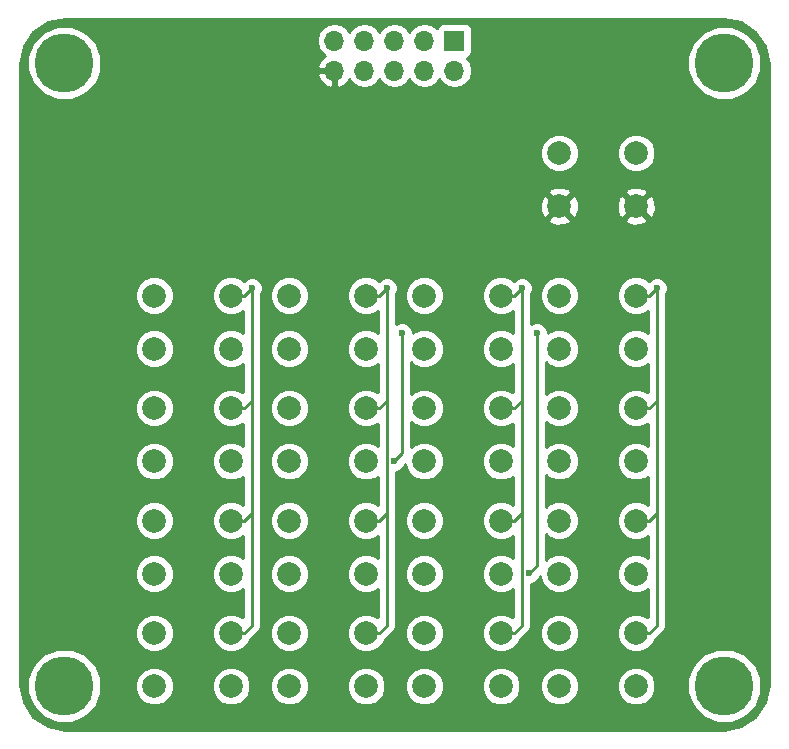
<source format=gbl>
G04 #@! TF.FileFunction,Copper,L2,Bot,Signal*
%FSLAX46Y46*%
G04 Gerber Fmt 4.6, Leading zero omitted, Abs format (unit mm)*
G04 Created by KiCad (PCBNEW 4.0.7) date 09/22/19 17:23:35*
%MOMM*%
%LPD*%
G01*
G04 APERTURE LIST*
%ADD10C,0.100000*%
%ADD11C,5.000000*%
%ADD12C,2.000000*%
%ADD13R,1.700000X1.700000*%
%ADD14O,1.700000X1.700000*%
%ADD15C,0.600000*%
%ADD16C,0.250000*%
%ADD17C,0.254000*%
G04 APERTURE END LIST*
D10*
D11*
X120650000Y-137160000D03*
X176530000Y-137160000D03*
X176530000Y-84455000D03*
X120650000Y-84455000D03*
D12*
X162560000Y-96575000D03*
X162560000Y-92075000D03*
X169060000Y-96575000D03*
X169060000Y-92075000D03*
X128270000Y-137215000D03*
X128270000Y-132715000D03*
X134770000Y-137215000D03*
X134770000Y-132715000D03*
X128270000Y-127690000D03*
X128270000Y-123190000D03*
X134770000Y-127690000D03*
X134770000Y-123190000D03*
X128270000Y-118165000D03*
X128270000Y-113665000D03*
X134770000Y-118165000D03*
X134770000Y-113665000D03*
X128270000Y-108640000D03*
X128270000Y-104140000D03*
X134770000Y-108640000D03*
X134770000Y-104140000D03*
X139700000Y-137215000D03*
X139700000Y-132715000D03*
X146200000Y-137215000D03*
X146200000Y-132715000D03*
X139700000Y-127690000D03*
X139700000Y-123190000D03*
X146200000Y-127690000D03*
X146200000Y-123190000D03*
X139700000Y-118165000D03*
X139700000Y-113665000D03*
X146200000Y-118165000D03*
X146200000Y-113665000D03*
X139700000Y-108640000D03*
X139700000Y-104140000D03*
X146200000Y-108640000D03*
X146200000Y-104140000D03*
X151130000Y-137215000D03*
X151130000Y-132715000D03*
X157630000Y-137215000D03*
X157630000Y-132715000D03*
X151130000Y-127690000D03*
X151130000Y-123190000D03*
X157630000Y-127690000D03*
X157630000Y-123190000D03*
X151130000Y-118165000D03*
X151130000Y-113665000D03*
X157630000Y-118165000D03*
X157630000Y-113665000D03*
X151130000Y-108640000D03*
X151130000Y-104140000D03*
X157630000Y-108640000D03*
X157630000Y-104140000D03*
X162560000Y-137215000D03*
X162560000Y-132715000D03*
X169060000Y-137215000D03*
X169060000Y-132715000D03*
X162560000Y-127690000D03*
X162560000Y-123190000D03*
X169060000Y-127690000D03*
X169060000Y-123190000D03*
X162560000Y-118165000D03*
X162560000Y-113665000D03*
X169060000Y-118165000D03*
X169060000Y-113665000D03*
X162560000Y-108640000D03*
X162560000Y-104140000D03*
X169060000Y-108640000D03*
X169060000Y-104140000D03*
D13*
X153670000Y-82550000D03*
D14*
X153670000Y-85090000D03*
X151130000Y-82550000D03*
X151130000Y-85090000D03*
X148590000Y-82550000D03*
X148590000Y-85090000D03*
X146050000Y-82550000D03*
X146050000Y-85090000D03*
X143510000Y-82550000D03*
X143510000Y-85090000D03*
D15*
X170815000Y-103505000D03*
X160655000Y-107315000D03*
X160020000Y-127635000D03*
X159385000Y-103505000D03*
X148590000Y-118110000D03*
X149225000Y-107315000D03*
X147955000Y-103505000D03*
X136525000Y-103505000D03*
D16*
X169060000Y-123190000D02*
X170180000Y-123190000D01*
X170180000Y-123190000D02*
X170815000Y-122555000D01*
X169060000Y-113665000D02*
X170180000Y-113665000D01*
X170180000Y-113665000D02*
X170815000Y-113030000D01*
X169060000Y-104140000D02*
X170180000Y-104140000D01*
X170180000Y-104140000D02*
X170815000Y-103505000D01*
X169060000Y-132715000D02*
X170180000Y-132715000D01*
X170180000Y-132715000D02*
X170815000Y-132080000D01*
X170815000Y-132080000D02*
X170815000Y-122555000D01*
X170815000Y-122555000D02*
X170815000Y-113030000D01*
X170815000Y-113030000D02*
X170815000Y-103505000D01*
X160655000Y-127000000D02*
X160020000Y-127635000D01*
X160655000Y-107315000D02*
X160655000Y-127000000D01*
X159385000Y-122555000D02*
X159385000Y-132080000D01*
X158750000Y-132715000D02*
X157630000Y-132715000D01*
X159385000Y-132080000D02*
X158750000Y-132715000D01*
X159385000Y-113030000D02*
X159385000Y-122555000D01*
X158750000Y-123190000D02*
X157630000Y-123190000D01*
X159385000Y-122555000D02*
X158750000Y-123190000D01*
X159385000Y-103505000D02*
X159385000Y-113030000D01*
X158750000Y-113665000D02*
X157630000Y-113665000D01*
X159385000Y-113030000D02*
X158750000Y-113665000D01*
X157630000Y-104140000D02*
X158750000Y-104140000D01*
X158750000Y-104140000D02*
X159385000Y-103505000D01*
X149225000Y-107315000D02*
X149225000Y-117475000D01*
X148590000Y-118110000D02*
X149225000Y-117475000D01*
X146200000Y-104140000D02*
X147320000Y-104140000D01*
X147320000Y-104140000D02*
X147955000Y-103505000D01*
X146200000Y-113665000D02*
X147320000Y-113665000D01*
X147320000Y-113665000D02*
X147955000Y-113030000D01*
X146200000Y-123190000D02*
X147320000Y-123190000D01*
X147320000Y-123190000D02*
X147955000Y-122555000D01*
X146200000Y-132715000D02*
X147320000Y-132715000D01*
X147320000Y-132715000D02*
X147955000Y-132080000D01*
X147955000Y-132080000D02*
X147955000Y-122555000D01*
X147955000Y-122555000D02*
X147955000Y-113030000D01*
X147955000Y-113030000D02*
X147955000Y-103505000D01*
X134770000Y-123190000D02*
X135890000Y-123190000D01*
X135890000Y-123190000D02*
X136525000Y-122555000D01*
X134770000Y-113665000D02*
X135890000Y-113665000D01*
X135890000Y-113665000D02*
X136525000Y-113030000D01*
X134770000Y-104140000D02*
X135890000Y-104140000D01*
X135890000Y-104140000D02*
X136525000Y-103505000D01*
X136525000Y-123825000D02*
X136525000Y-122555000D01*
X136525000Y-122555000D02*
X136525000Y-113030000D01*
X136525000Y-113030000D02*
X136525000Y-103505000D01*
X134770000Y-132715000D02*
X135890000Y-132715000D01*
X136525000Y-132080000D02*
X136525000Y-123825000D01*
X135890000Y-132715000D02*
X136525000Y-132080000D01*
D17*
G36*
X177954001Y-81017161D02*
X179161209Y-81823791D01*
X179967839Y-83031001D01*
X180265000Y-84524931D01*
X180265000Y-137090069D01*
X179967839Y-138583999D01*
X179161209Y-139791209D01*
X177954001Y-140597839D01*
X176460069Y-140895000D01*
X120719931Y-140895000D01*
X119226001Y-140597839D01*
X118018791Y-139791209D01*
X117212161Y-138584001D01*
X117052406Y-137780854D01*
X117514457Y-137780854D01*
X117990727Y-138933515D01*
X118871847Y-139816174D01*
X120023674Y-140294454D01*
X121270854Y-140295543D01*
X122423515Y-139819273D01*
X123306174Y-138938153D01*
X123784454Y-137786326D01*
X123784670Y-137538795D01*
X126634716Y-137538795D01*
X126883106Y-138139943D01*
X127342637Y-138600278D01*
X127943352Y-138849716D01*
X128593795Y-138850284D01*
X129194943Y-138601894D01*
X129655278Y-138142363D01*
X129904716Y-137541648D01*
X129904718Y-137538795D01*
X133134716Y-137538795D01*
X133383106Y-138139943D01*
X133842637Y-138600278D01*
X134443352Y-138849716D01*
X135093795Y-138850284D01*
X135694943Y-138601894D01*
X136155278Y-138142363D01*
X136404716Y-137541648D01*
X136404718Y-137538795D01*
X138064716Y-137538795D01*
X138313106Y-138139943D01*
X138772637Y-138600278D01*
X139373352Y-138849716D01*
X140023795Y-138850284D01*
X140624943Y-138601894D01*
X141085278Y-138142363D01*
X141334716Y-137541648D01*
X141334718Y-137538795D01*
X144564716Y-137538795D01*
X144813106Y-138139943D01*
X145272637Y-138600278D01*
X145873352Y-138849716D01*
X146523795Y-138850284D01*
X147124943Y-138601894D01*
X147585278Y-138142363D01*
X147834716Y-137541648D01*
X147834718Y-137538795D01*
X149494716Y-137538795D01*
X149743106Y-138139943D01*
X150202637Y-138600278D01*
X150803352Y-138849716D01*
X151453795Y-138850284D01*
X152054943Y-138601894D01*
X152515278Y-138142363D01*
X152764716Y-137541648D01*
X152764718Y-137538795D01*
X155994716Y-137538795D01*
X156243106Y-138139943D01*
X156702637Y-138600278D01*
X157303352Y-138849716D01*
X157953795Y-138850284D01*
X158554943Y-138601894D01*
X159015278Y-138142363D01*
X159264716Y-137541648D01*
X159264718Y-137538795D01*
X160924716Y-137538795D01*
X161173106Y-138139943D01*
X161632637Y-138600278D01*
X162233352Y-138849716D01*
X162883795Y-138850284D01*
X163484943Y-138601894D01*
X163945278Y-138142363D01*
X164194716Y-137541648D01*
X164194718Y-137538795D01*
X167424716Y-137538795D01*
X167673106Y-138139943D01*
X168132637Y-138600278D01*
X168733352Y-138849716D01*
X169383795Y-138850284D01*
X169984943Y-138601894D01*
X170445278Y-138142363D01*
X170595389Y-137780854D01*
X173394457Y-137780854D01*
X173870727Y-138933515D01*
X174751847Y-139816174D01*
X175903674Y-140294454D01*
X177150854Y-140295543D01*
X178303515Y-139819273D01*
X179186174Y-138938153D01*
X179664454Y-137786326D01*
X179665543Y-136539146D01*
X179189273Y-135386485D01*
X178308153Y-134503826D01*
X177156326Y-134025546D01*
X175909146Y-134024457D01*
X174756485Y-134500727D01*
X173873826Y-135381847D01*
X173395546Y-136533674D01*
X173394457Y-137780854D01*
X170595389Y-137780854D01*
X170694716Y-137541648D01*
X170695284Y-136891205D01*
X170446894Y-136290057D01*
X169987363Y-135829722D01*
X169386648Y-135580284D01*
X168736205Y-135579716D01*
X168135057Y-135828106D01*
X167674722Y-136287637D01*
X167425284Y-136888352D01*
X167424716Y-137538795D01*
X164194718Y-137538795D01*
X164195284Y-136891205D01*
X163946894Y-136290057D01*
X163487363Y-135829722D01*
X162886648Y-135580284D01*
X162236205Y-135579716D01*
X161635057Y-135828106D01*
X161174722Y-136287637D01*
X160925284Y-136888352D01*
X160924716Y-137538795D01*
X159264718Y-137538795D01*
X159265284Y-136891205D01*
X159016894Y-136290057D01*
X158557363Y-135829722D01*
X157956648Y-135580284D01*
X157306205Y-135579716D01*
X156705057Y-135828106D01*
X156244722Y-136287637D01*
X155995284Y-136888352D01*
X155994716Y-137538795D01*
X152764718Y-137538795D01*
X152765284Y-136891205D01*
X152516894Y-136290057D01*
X152057363Y-135829722D01*
X151456648Y-135580284D01*
X150806205Y-135579716D01*
X150205057Y-135828106D01*
X149744722Y-136287637D01*
X149495284Y-136888352D01*
X149494716Y-137538795D01*
X147834718Y-137538795D01*
X147835284Y-136891205D01*
X147586894Y-136290057D01*
X147127363Y-135829722D01*
X146526648Y-135580284D01*
X145876205Y-135579716D01*
X145275057Y-135828106D01*
X144814722Y-136287637D01*
X144565284Y-136888352D01*
X144564716Y-137538795D01*
X141334718Y-137538795D01*
X141335284Y-136891205D01*
X141086894Y-136290057D01*
X140627363Y-135829722D01*
X140026648Y-135580284D01*
X139376205Y-135579716D01*
X138775057Y-135828106D01*
X138314722Y-136287637D01*
X138065284Y-136888352D01*
X138064716Y-137538795D01*
X136404718Y-137538795D01*
X136405284Y-136891205D01*
X136156894Y-136290057D01*
X135697363Y-135829722D01*
X135096648Y-135580284D01*
X134446205Y-135579716D01*
X133845057Y-135828106D01*
X133384722Y-136287637D01*
X133135284Y-136888352D01*
X133134716Y-137538795D01*
X129904718Y-137538795D01*
X129905284Y-136891205D01*
X129656894Y-136290057D01*
X129197363Y-135829722D01*
X128596648Y-135580284D01*
X127946205Y-135579716D01*
X127345057Y-135828106D01*
X126884722Y-136287637D01*
X126635284Y-136888352D01*
X126634716Y-137538795D01*
X123784670Y-137538795D01*
X123785543Y-136539146D01*
X123309273Y-135386485D01*
X122428153Y-134503826D01*
X121276326Y-134025546D01*
X120029146Y-134024457D01*
X118876485Y-134500727D01*
X117993826Y-135381847D01*
X117515546Y-136533674D01*
X117514457Y-137780854D01*
X117052406Y-137780854D01*
X116915000Y-137090069D01*
X116915000Y-133038795D01*
X126634716Y-133038795D01*
X126883106Y-133639943D01*
X127342637Y-134100278D01*
X127943352Y-134349716D01*
X128593795Y-134350284D01*
X129194943Y-134101894D01*
X129655278Y-133642363D01*
X129904716Y-133041648D01*
X129905284Y-132391205D01*
X129656894Y-131790057D01*
X129197363Y-131329722D01*
X128596648Y-131080284D01*
X127946205Y-131079716D01*
X127345057Y-131328106D01*
X126884722Y-131787637D01*
X126635284Y-132388352D01*
X126634716Y-133038795D01*
X116915000Y-133038795D01*
X116915000Y-128013795D01*
X126634716Y-128013795D01*
X126883106Y-128614943D01*
X127342637Y-129075278D01*
X127943352Y-129324716D01*
X128593795Y-129325284D01*
X129194943Y-129076894D01*
X129655278Y-128617363D01*
X129904716Y-128016648D01*
X129905284Y-127366205D01*
X129656894Y-126765057D01*
X129197363Y-126304722D01*
X128596648Y-126055284D01*
X127946205Y-126054716D01*
X127345057Y-126303106D01*
X126884722Y-126762637D01*
X126635284Y-127363352D01*
X126634716Y-128013795D01*
X116915000Y-128013795D01*
X116915000Y-123513795D01*
X126634716Y-123513795D01*
X126883106Y-124114943D01*
X127342637Y-124575278D01*
X127943352Y-124824716D01*
X128593795Y-124825284D01*
X129194943Y-124576894D01*
X129655278Y-124117363D01*
X129904716Y-123516648D01*
X129905284Y-122866205D01*
X129656894Y-122265057D01*
X129197363Y-121804722D01*
X128596648Y-121555284D01*
X127946205Y-121554716D01*
X127345057Y-121803106D01*
X126884722Y-122262637D01*
X126635284Y-122863352D01*
X126634716Y-123513795D01*
X116915000Y-123513795D01*
X116915000Y-118488795D01*
X126634716Y-118488795D01*
X126883106Y-119089943D01*
X127342637Y-119550278D01*
X127943352Y-119799716D01*
X128593795Y-119800284D01*
X129194943Y-119551894D01*
X129655278Y-119092363D01*
X129904716Y-118491648D01*
X129905284Y-117841205D01*
X129656894Y-117240057D01*
X129197363Y-116779722D01*
X128596648Y-116530284D01*
X127946205Y-116529716D01*
X127345057Y-116778106D01*
X126884722Y-117237637D01*
X126635284Y-117838352D01*
X126634716Y-118488795D01*
X116915000Y-118488795D01*
X116915000Y-113988795D01*
X126634716Y-113988795D01*
X126883106Y-114589943D01*
X127342637Y-115050278D01*
X127943352Y-115299716D01*
X128593795Y-115300284D01*
X129194943Y-115051894D01*
X129655278Y-114592363D01*
X129904716Y-113991648D01*
X129905284Y-113341205D01*
X129656894Y-112740057D01*
X129197363Y-112279722D01*
X128596648Y-112030284D01*
X127946205Y-112029716D01*
X127345057Y-112278106D01*
X126884722Y-112737637D01*
X126635284Y-113338352D01*
X126634716Y-113988795D01*
X116915000Y-113988795D01*
X116915000Y-108963795D01*
X126634716Y-108963795D01*
X126883106Y-109564943D01*
X127342637Y-110025278D01*
X127943352Y-110274716D01*
X128593795Y-110275284D01*
X129194943Y-110026894D01*
X129655278Y-109567363D01*
X129904716Y-108966648D01*
X129905284Y-108316205D01*
X129656894Y-107715057D01*
X129197363Y-107254722D01*
X128596648Y-107005284D01*
X127946205Y-107004716D01*
X127345057Y-107253106D01*
X126884722Y-107712637D01*
X126635284Y-108313352D01*
X126634716Y-108963795D01*
X116915000Y-108963795D01*
X116915000Y-104463795D01*
X126634716Y-104463795D01*
X126883106Y-105064943D01*
X127342637Y-105525278D01*
X127943352Y-105774716D01*
X128593795Y-105775284D01*
X129194943Y-105526894D01*
X129655278Y-105067363D01*
X129904716Y-104466648D01*
X129904718Y-104463795D01*
X133134716Y-104463795D01*
X133383106Y-105064943D01*
X133842637Y-105525278D01*
X134443352Y-105774716D01*
X135093795Y-105775284D01*
X135694943Y-105526894D01*
X135765000Y-105456959D01*
X135765000Y-107322477D01*
X135697363Y-107254722D01*
X135096648Y-107005284D01*
X134446205Y-107004716D01*
X133845057Y-107253106D01*
X133384722Y-107712637D01*
X133135284Y-108313352D01*
X133134716Y-108963795D01*
X133383106Y-109564943D01*
X133842637Y-110025278D01*
X134443352Y-110274716D01*
X135093795Y-110275284D01*
X135694943Y-110026894D01*
X135765000Y-109956959D01*
X135765000Y-112347477D01*
X135697363Y-112279722D01*
X135096648Y-112030284D01*
X134446205Y-112029716D01*
X133845057Y-112278106D01*
X133384722Y-112737637D01*
X133135284Y-113338352D01*
X133134716Y-113988795D01*
X133383106Y-114589943D01*
X133842637Y-115050278D01*
X134443352Y-115299716D01*
X135093795Y-115300284D01*
X135694943Y-115051894D01*
X135765000Y-114981959D01*
X135765000Y-116847477D01*
X135697363Y-116779722D01*
X135096648Y-116530284D01*
X134446205Y-116529716D01*
X133845057Y-116778106D01*
X133384722Y-117237637D01*
X133135284Y-117838352D01*
X133134716Y-118488795D01*
X133383106Y-119089943D01*
X133842637Y-119550278D01*
X134443352Y-119799716D01*
X135093795Y-119800284D01*
X135694943Y-119551894D01*
X135765000Y-119481959D01*
X135765000Y-121872477D01*
X135697363Y-121804722D01*
X135096648Y-121555284D01*
X134446205Y-121554716D01*
X133845057Y-121803106D01*
X133384722Y-122262637D01*
X133135284Y-122863352D01*
X133134716Y-123513795D01*
X133383106Y-124114943D01*
X133842637Y-124575278D01*
X134443352Y-124824716D01*
X135093795Y-124825284D01*
X135694943Y-124576894D01*
X135765000Y-124506959D01*
X135765000Y-126372477D01*
X135697363Y-126304722D01*
X135096648Y-126055284D01*
X134446205Y-126054716D01*
X133845057Y-126303106D01*
X133384722Y-126762637D01*
X133135284Y-127363352D01*
X133134716Y-128013795D01*
X133383106Y-128614943D01*
X133842637Y-129075278D01*
X134443352Y-129324716D01*
X135093795Y-129325284D01*
X135694943Y-129076894D01*
X135765000Y-129006959D01*
X135765000Y-131397477D01*
X135697363Y-131329722D01*
X135096648Y-131080284D01*
X134446205Y-131079716D01*
X133845057Y-131328106D01*
X133384722Y-131787637D01*
X133135284Y-132388352D01*
X133134716Y-133038795D01*
X133383106Y-133639943D01*
X133842637Y-134100278D01*
X134443352Y-134349716D01*
X135093795Y-134350284D01*
X135694943Y-134101894D01*
X136155278Y-133642363D01*
X136274890Y-133354306D01*
X136427401Y-133252401D01*
X136641007Y-133038795D01*
X138064716Y-133038795D01*
X138313106Y-133639943D01*
X138772637Y-134100278D01*
X139373352Y-134349716D01*
X140023795Y-134350284D01*
X140624943Y-134101894D01*
X141085278Y-133642363D01*
X141334716Y-133041648D01*
X141335284Y-132391205D01*
X141086894Y-131790057D01*
X140627363Y-131329722D01*
X140026648Y-131080284D01*
X139376205Y-131079716D01*
X138775057Y-131328106D01*
X138314722Y-131787637D01*
X138065284Y-132388352D01*
X138064716Y-133038795D01*
X136641007Y-133038795D01*
X137062401Y-132617401D01*
X137227148Y-132370839D01*
X137285000Y-132080000D01*
X137285000Y-128013795D01*
X138064716Y-128013795D01*
X138313106Y-128614943D01*
X138772637Y-129075278D01*
X139373352Y-129324716D01*
X140023795Y-129325284D01*
X140624943Y-129076894D01*
X141085278Y-128617363D01*
X141334716Y-128016648D01*
X141335284Y-127366205D01*
X141086894Y-126765057D01*
X140627363Y-126304722D01*
X140026648Y-126055284D01*
X139376205Y-126054716D01*
X138775057Y-126303106D01*
X138314722Y-126762637D01*
X138065284Y-127363352D01*
X138064716Y-128013795D01*
X137285000Y-128013795D01*
X137285000Y-123513795D01*
X138064716Y-123513795D01*
X138313106Y-124114943D01*
X138772637Y-124575278D01*
X139373352Y-124824716D01*
X140023795Y-124825284D01*
X140624943Y-124576894D01*
X141085278Y-124117363D01*
X141334716Y-123516648D01*
X141335284Y-122866205D01*
X141086894Y-122265057D01*
X140627363Y-121804722D01*
X140026648Y-121555284D01*
X139376205Y-121554716D01*
X138775057Y-121803106D01*
X138314722Y-122262637D01*
X138065284Y-122863352D01*
X138064716Y-123513795D01*
X137285000Y-123513795D01*
X137285000Y-118488795D01*
X138064716Y-118488795D01*
X138313106Y-119089943D01*
X138772637Y-119550278D01*
X139373352Y-119799716D01*
X140023795Y-119800284D01*
X140624943Y-119551894D01*
X141085278Y-119092363D01*
X141334716Y-118491648D01*
X141335284Y-117841205D01*
X141086894Y-117240057D01*
X140627363Y-116779722D01*
X140026648Y-116530284D01*
X139376205Y-116529716D01*
X138775057Y-116778106D01*
X138314722Y-117237637D01*
X138065284Y-117838352D01*
X138064716Y-118488795D01*
X137285000Y-118488795D01*
X137285000Y-113988795D01*
X138064716Y-113988795D01*
X138313106Y-114589943D01*
X138772637Y-115050278D01*
X139373352Y-115299716D01*
X140023795Y-115300284D01*
X140624943Y-115051894D01*
X141085278Y-114592363D01*
X141334716Y-113991648D01*
X141335284Y-113341205D01*
X141086894Y-112740057D01*
X140627363Y-112279722D01*
X140026648Y-112030284D01*
X139376205Y-112029716D01*
X138775057Y-112278106D01*
X138314722Y-112737637D01*
X138065284Y-113338352D01*
X138064716Y-113988795D01*
X137285000Y-113988795D01*
X137285000Y-108963795D01*
X138064716Y-108963795D01*
X138313106Y-109564943D01*
X138772637Y-110025278D01*
X139373352Y-110274716D01*
X140023795Y-110275284D01*
X140624943Y-110026894D01*
X141085278Y-109567363D01*
X141334716Y-108966648D01*
X141335284Y-108316205D01*
X141086894Y-107715057D01*
X140627363Y-107254722D01*
X140026648Y-107005284D01*
X139376205Y-107004716D01*
X138775057Y-107253106D01*
X138314722Y-107712637D01*
X138065284Y-108313352D01*
X138064716Y-108963795D01*
X137285000Y-108963795D01*
X137285000Y-104463795D01*
X138064716Y-104463795D01*
X138313106Y-105064943D01*
X138772637Y-105525278D01*
X139373352Y-105774716D01*
X140023795Y-105775284D01*
X140624943Y-105526894D01*
X141085278Y-105067363D01*
X141334716Y-104466648D01*
X141334718Y-104463795D01*
X144564716Y-104463795D01*
X144813106Y-105064943D01*
X145272637Y-105525278D01*
X145873352Y-105774716D01*
X146523795Y-105775284D01*
X147124943Y-105526894D01*
X147195000Y-105456959D01*
X147195000Y-107322477D01*
X147127363Y-107254722D01*
X146526648Y-107005284D01*
X145876205Y-107004716D01*
X145275057Y-107253106D01*
X144814722Y-107712637D01*
X144565284Y-108313352D01*
X144564716Y-108963795D01*
X144813106Y-109564943D01*
X145272637Y-110025278D01*
X145873352Y-110274716D01*
X146523795Y-110275284D01*
X147124943Y-110026894D01*
X147195000Y-109956959D01*
X147195000Y-112347477D01*
X147127363Y-112279722D01*
X146526648Y-112030284D01*
X145876205Y-112029716D01*
X145275057Y-112278106D01*
X144814722Y-112737637D01*
X144565284Y-113338352D01*
X144564716Y-113988795D01*
X144813106Y-114589943D01*
X145272637Y-115050278D01*
X145873352Y-115299716D01*
X146523795Y-115300284D01*
X147124943Y-115051894D01*
X147195000Y-114981959D01*
X147195000Y-116847477D01*
X147127363Y-116779722D01*
X146526648Y-116530284D01*
X145876205Y-116529716D01*
X145275057Y-116778106D01*
X144814722Y-117237637D01*
X144565284Y-117838352D01*
X144564716Y-118488795D01*
X144813106Y-119089943D01*
X145272637Y-119550278D01*
X145873352Y-119799716D01*
X146523795Y-119800284D01*
X147124943Y-119551894D01*
X147195000Y-119481959D01*
X147195000Y-121872477D01*
X147127363Y-121804722D01*
X146526648Y-121555284D01*
X145876205Y-121554716D01*
X145275057Y-121803106D01*
X144814722Y-122262637D01*
X144565284Y-122863352D01*
X144564716Y-123513795D01*
X144813106Y-124114943D01*
X145272637Y-124575278D01*
X145873352Y-124824716D01*
X146523795Y-124825284D01*
X147124943Y-124576894D01*
X147195000Y-124506959D01*
X147195000Y-126372477D01*
X147127363Y-126304722D01*
X146526648Y-126055284D01*
X145876205Y-126054716D01*
X145275057Y-126303106D01*
X144814722Y-126762637D01*
X144565284Y-127363352D01*
X144564716Y-128013795D01*
X144813106Y-128614943D01*
X145272637Y-129075278D01*
X145873352Y-129324716D01*
X146523795Y-129325284D01*
X147124943Y-129076894D01*
X147195000Y-129006959D01*
X147195000Y-131397477D01*
X147127363Y-131329722D01*
X146526648Y-131080284D01*
X145876205Y-131079716D01*
X145275057Y-131328106D01*
X144814722Y-131787637D01*
X144565284Y-132388352D01*
X144564716Y-133038795D01*
X144813106Y-133639943D01*
X145272637Y-134100278D01*
X145873352Y-134349716D01*
X146523795Y-134350284D01*
X147124943Y-134101894D01*
X147585278Y-133642363D01*
X147704890Y-133354306D01*
X147857401Y-133252401D01*
X148071007Y-133038795D01*
X149494716Y-133038795D01*
X149743106Y-133639943D01*
X150202637Y-134100278D01*
X150803352Y-134349716D01*
X151453795Y-134350284D01*
X152054943Y-134101894D01*
X152515278Y-133642363D01*
X152764716Y-133041648D01*
X152765284Y-132391205D01*
X152516894Y-131790057D01*
X152057363Y-131329722D01*
X151456648Y-131080284D01*
X150806205Y-131079716D01*
X150205057Y-131328106D01*
X149744722Y-131787637D01*
X149495284Y-132388352D01*
X149494716Y-133038795D01*
X148071007Y-133038795D01*
X148492401Y-132617401D01*
X148657148Y-132370839D01*
X148715000Y-132080000D01*
X148715000Y-128013795D01*
X149494716Y-128013795D01*
X149743106Y-128614943D01*
X150202637Y-129075278D01*
X150803352Y-129324716D01*
X151453795Y-129325284D01*
X152054943Y-129076894D01*
X152515278Y-128617363D01*
X152764716Y-128016648D01*
X152765284Y-127366205D01*
X152516894Y-126765057D01*
X152057363Y-126304722D01*
X151456648Y-126055284D01*
X150806205Y-126054716D01*
X150205057Y-126303106D01*
X149744722Y-126762637D01*
X149495284Y-127363352D01*
X149494716Y-128013795D01*
X148715000Y-128013795D01*
X148715000Y-123513795D01*
X149494716Y-123513795D01*
X149743106Y-124114943D01*
X150202637Y-124575278D01*
X150803352Y-124824716D01*
X151453795Y-124825284D01*
X152054943Y-124576894D01*
X152515278Y-124117363D01*
X152764716Y-123516648D01*
X152765284Y-122866205D01*
X152516894Y-122265057D01*
X152057363Y-121804722D01*
X151456648Y-121555284D01*
X150806205Y-121554716D01*
X150205057Y-121803106D01*
X149744722Y-122262637D01*
X149495284Y-122863352D01*
X149494716Y-123513795D01*
X148715000Y-123513795D01*
X148715000Y-119045110D01*
X148775167Y-119045162D01*
X149118943Y-118903117D01*
X149382192Y-118640327D01*
X149494821Y-118369089D01*
X149494716Y-118488795D01*
X149743106Y-119089943D01*
X150202637Y-119550278D01*
X150803352Y-119799716D01*
X151453795Y-119800284D01*
X152054943Y-119551894D01*
X152515278Y-119092363D01*
X152764716Y-118491648D01*
X152765284Y-117841205D01*
X152516894Y-117240057D01*
X152057363Y-116779722D01*
X151456648Y-116530284D01*
X150806205Y-116529716D01*
X150205057Y-116778106D01*
X149985000Y-116997779D01*
X149985000Y-114832260D01*
X150202637Y-115050278D01*
X150803352Y-115299716D01*
X151453795Y-115300284D01*
X152054943Y-115051894D01*
X152515278Y-114592363D01*
X152764716Y-113991648D01*
X152765284Y-113341205D01*
X152516894Y-112740057D01*
X152057363Y-112279722D01*
X151456648Y-112030284D01*
X150806205Y-112029716D01*
X150205057Y-112278106D01*
X149985000Y-112497779D01*
X149985000Y-109807260D01*
X150202637Y-110025278D01*
X150803352Y-110274716D01*
X151453795Y-110275284D01*
X152054943Y-110026894D01*
X152515278Y-109567363D01*
X152764716Y-108966648D01*
X152765284Y-108316205D01*
X152516894Y-107715057D01*
X152057363Y-107254722D01*
X151456648Y-107005284D01*
X150806205Y-107004716D01*
X150205057Y-107253106D01*
X150160015Y-107298069D01*
X150160162Y-107129833D01*
X150018117Y-106786057D01*
X149755327Y-106522808D01*
X149411799Y-106380162D01*
X149039833Y-106379838D01*
X148715000Y-106514056D01*
X148715000Y-104463795D01*
X149494716Y-104463795D01*
X149743106Y-105064943D01*
X150202637Y-105525278D01*
X150803352Y-105774716D01*
X151453795Y-105775284D01*
X152054943Y-105526894D01*
X152515278Y-105067363D01*
X152764716Y-104466648D01*
X152764718Y-104463795D01*
X155994716Y-104463795D01*
X156243106Y-105064943D01*
X156702637Y-105525278D01*
X157303352Y-105774716D01*
X157953795Y-105775284D01*
X158554943Y-105526894D01*
X158625000Y-105456959D01*
X158625000Y-107322477D01*
X158557363Y-107254722D01*
X157956648Y-107005284D01*
X157306205Y-107004716D01*
X156705057Y-107253106D01*
X156244722Y-107712637D01*
X155995284Y-108313352D01*
X155994716Y-108963795D01*
X156243106Y-109564943D01*
X156702637Y-110025278D01*
X157303352Y-110274716D01*
X157953795Y-110275284D01*
X158554943Y-110026894D01*
X158625000Y-109956959D01*
X158625000Y-112347477D01*
X158557363Y-112279722D01*
X157956648Y-112030284D01*
X157306205Y-112029716D01*
X156705057Y-112278106D01*
X156244722Y-112737637D01*
X155995284Y-113338352D01*
X155994716Y-113988795D01*
X156243106Y-114589943D01*
X156702637Y-115050278D01*
X157303352Y-115299716D01*
X157953795Y-115300284D01*
X158554943Y-115051894D01*
X158625000Y-114981959D01*
X158625000Y-116847477D01*
X158557363Y-116779722D01*
X157956648Y-116530284D01*
X157306205Y-116529716D01*
X156705057Y-116778106D01*
X156244722Y-117237637D01*
X155995284Y-117838352D01*
X155994716Y-118488795D01*
X156243106Y-119089943D01*
X156702637Y-119550278D01*
X157303352Y-119799716D01*
X157953795Y-119800284D01*
X158554943Y-119551894D01*
X158625000Y-119481959D01*
X158625000Y-121872477D01*
X158557363Y-121804722D01*
X157956648Y-121555284D01*
X157306205Y-121554716D01*
X156705057Y-121803106D01*
X156244722Y-122262637D01*
X155995284Y-122863352D01*
X155994716Y-123513795D01*
X156243106Y-124114943D01*
X156702637Y-124575278D01*
X157303352Y-124824716D01*
X157953795Y-124825284D01*
X158554943Y-124576894D01*
X158625000Y-124506959D01*
X158625000Y-126372477D01*
X158557363Y-126304722D01*
X157956648Y-126055284D01*
X157306205Y-126054716D01*
X156705057Y-126303106D01*
X156244722Y-126762637D01*
X155995284Y-127363352D01*
X155994716Y-128013795D01*
X156243106Y-128614943D01*
X156702637Y-129075278D01*
X157303352Y-129324716D01*
X157953795Y-129325284D01*
X158554943Y-129076894D01*
X158625000Y-129006959D01*
X158625000Y-131397477D01*
X158557363Y-131329722D01*
X157956648Y-131080284D01*
X157306205Y-131079716D01*
X156705057Y-131328106D01*
X156244722Y-131787637D01*
X155995284Y-132388352D01*
X155994716Y-133038795D01*
X156243106Y-133639943D01*
X156702637Y-134100278D01*
X157303352Y-134349716D01*
X157953795Y-134350284D01*
X158554943Y-134101894D01*
X159015278Y-133642363D01*
X159134890Y-133354306D01*
X159287401Y-133252401D01*
X159501007Y-133038795D01*
X160924716Y-133038795D01*
X161173106Y-133639943D01*
X161632637Y-134100278D01*
X162233352Y-134349716D01*
X162883795Y-134350284D01*
X163484943Y-134101894D01*
X163945278Y-133642363D01*
X164194716Y-133041648D01*
X164195284Y-132391205D01*
X163946894Y-131790057D01*
X163487363Y-131329722D01*
X162886648Y-131080284D01*
X162236205Y-131079716D01*
X161635057Y-131328106D01*
X161174722Y-131787637D01*
X160925284Y-132388352D01*
X160924716Y-133038795D01*
X159501007Y-133038795D01*
X159922401Y-132617401D01*
X160087148Y-132370839D01*
X160145000Y-132080000D01*
X160145000Y-128570110D01*
X160205167Y-128570162D01*
X160548943Y-128428117D01*
X160812192Y-128165327D01*
X160924821Y-127894089D01*
X160924716Y-128013795D01*
X161173106Y-128614943D01*
X161632637Y-129075278D01*
X162233352Y-129324716D01*
X162883795Y-129325284D01*
X163484943Y-129076894D01*
X163945278Y-128617363D01*
X164194716Y-128016648D01*
X164195284Y-127366205D01*
X163946894Y-126765057D01*
X163487363Y-126304722D01*
X162886648Y-126055284D01*
X162236205Y-126054716D01*
X161635057Y-126303106D01*
X161415000Y-126522779D01*
X161415000Y-124357260D01*
X161632637Y-124575278D01*
X162233352Y-124824716D01*
X162883795Y-124825284D01*
X163484943Y-124576894D01*
X163945278Y-124117363D01*
X164194716Y-123516648D01*
X164195284Y-122866205D01*
X163946894Y-122265057D01*
X163487363Y-121804722D01*
X162886648Y-121555284D01*
X162236205Y-121554716D01*
X161635057Y-121803106D01*
X161415000Y-122022779D01*
X161415000Y-119332260D01*
X161632637Y-119550278D01*
X162233352Y-119799716D01*
X162883795Y-119800284D01*
X163484943Y-119551894D01*
X163945278Y-119092363D01*
X164194716Y-118491648D01*
X164195284Y-117841205D01*
X163946894Y-117240057D01*
X163487363Y-116779722D01*
X162886648Y-116530284D01*
X162236205Y-116529716D01*
X161635057Y-116778106D01*
X161415000Y-116997779D01*
X161415000Y-114832260D01*
X161632637Y-115050278D01*
X162233352Y-115299716D01*
X162883795Y-115300284D01*
X163484943Y-115051894D01*
X163945278Y-114592363D01*
X164194716Y-113991648D01*
X164195284Y-113341205D01*
X163946894Y-112740057D01*
X163487363Y-112279722D01*
X162886648Y-112030284D01*
X162236205Y-112029716D01*
X161635057Y-112278106D01*
X161415000Y-112497779D01*
X161415000Y-109807260D01*
X161632637Y-110025278D01*
X162233352Y-110274716D01*
X162883795Y-110275284D01*
X163484943Y-110026894D01*
X163945278Y-109567363D01*
X164194716Y-108966648D01*
X164195284Y-108316205D01*
X163946894Y-107715057D01*
X163487363Y-107254722D01*
X162886648Y-107005284D01*
X162236205Y-107004716D01*
X161635057Y-107253106D01*
X161590015Y-107298069D01*
X161590162Y-107129833D01*
X161448117Y-106786057D01*
X161185327Y-106522808D01*
X160841799Y-106380162D01*
X160469833Y-106379838D01*
X160145000Y-106514056D01*
X160145000Y-104463795D01*
X160924716Y-104463795D01*
X161173106Y-105064943D01*
X161632637Y-105525278D01*
X162233352Y-105774716D01*
X162883795Y-105775284D01*
X163484943Y-105526894D01*
X163945278Y-105067363D01*
X164194716Y-104466648D01*
X164194718Y-104463795D01*
X167424716Y-104463795D01*
X167673106Y-105064943D01*
X168132637Y-105525278D01*
X168733352Y-105774716D01*
X169383795Y-105775284D01*
X169984943Y-105526894D01*
X170055000Y-105456959D01*
X170055000Y-107322477D01*
X169987363Y-107254722D01*
X169386648Y-107005284D01*
X168736205Y-107004716D01*
X168135057Y-107253106D01*
X167674722Y-107712637D01*
X167425284Y-108313352D01*
X167424716Y-108963795D01*
X167673106Y-109564943D01*
X168132637Y-110025278D01*
X168733352Y-110274716D01*
X169383795Y-110275284D01*
X169984943Y-110026894D01*
X170055000Y-109956959D01*
X170055000Y-112347477D01*
X169987363Y-112279722D01*
X169386648Y-112030284D01*
X168736205Y-112029716D01*
X168135057Y-112278106D01*
X167674722Y-112737637D01*
X167425284Y-113338352D01*
X167424716Y-113988795D01*
X167673106Y-114589943D01*
X168132637Y-115050278D01*
X168733352Y-115299716D01*
X169383795Y-115300284D01*
X169984943Y-115051894D01*
X170055000Y-114981959D01*
X170055000Y-116847477D01*
X169987363Y-116779722D01*
X169386648Y-116530284D01*
X168736205Y-116529716D01*
X168135057Y-116778106D01*
X167674722Y-117237637D01*
X167425284Y-117838352D01*
X167424716Y-118488795D01*
X167673106Y-119089943D01*
X168132637Y-119550278D01*
X168733352Y-119799716D01*
X169383795Y-119800284D01*
X169984943Y-119551894D01*
X170055000Y-119481959D01*
X170055000Y-121872477D01*
X169987363Y-121804722D01*
X169386648Y-121555284D01*
X168736205Y-121554716D01*
X168135057Y-121803106D01*
X167674722Y-122262637D01*
X167425284Y-122863352D01*
X167424716Y-123513795D01*
X167673106Y-124114943D01*
X168132637Y-124575278D01*
X168733352Y-124824716D01*
X169383795Y-124825284D01*
X169984943Y-124576894D01*
X170055000Y-124506959D01*
X170055000Y-126372477D01*
X169987363Y-126304722D01*
X169386648Y-126055284D01*
X168736205Y-126054716D01*
X168135057Y-126303106D01*
X167674722Y-126762637D01*
X167425284Y-127363352D01*
X167424716Y-128013795D01*
X167673106Y-128614943D01*
X168132637Y-129075278D01*
X168733352Y-129324716D01*
X169383795Y-129325284D01*
X169984943Y-129076894D01*
X170055000Y-129006959D01*
X170055000Y-131397477D01*
X169987363Y-131329722D01*
X169386648Y-131080284D01*
X168736205Y-131079716D01*
X168135057Y-131328106D01*
X167674722Y-131787637D01*
X167425284Y-132388352D01*
X167424716Y-133038795D01*
X167673106Y-133639943D01*
X168132637Y-134100278D01*
X168733352Y-134349716D01*
X169383795Y-134350284D01*
X169984943Y-134101894D01*
X170445278Y-133642363D01*
X170564890Y-133354306D01*
X170717401Y-133252401D01*
X171352401Y-132617401D01*
X171517148Y-132370839D01*
X171575000Y-132080000D01*
X171575000Y-104067463D01*
X171607192Y-104035327D01*
X171749838Y-103691799D01*
X171750162Y-103319833D01*
X171608117Y-102976057D01*
X171345327Y-102712808D01*
X171001799Y-102570162D01*
X170629833Y-102569838D01*
X170286057Y-102711883D01*
X170115030Y-102882612D01*
X169987363Y-102754722D01*
X169386648Y-102505284D01*
X168736205Y-102504716D01*
X168135057Y-102753106D01*
X167674722Y-103212637D01*
X167425284Y-103813352D01*
X167424716Y-104463795D01*
X164194718Y-104463795D01*
X164195284Y-103816205D01*
X163946894Y-103215057D01*
X163487363Y-102754722D01*
X162886648Y-102505284D01*
X162236205Y-102504716D01*
X161635057Y-102753106D01*
X161174722Y-103212637D01*
X160925284Y-103813352D01*
X160924716Y-104463795D01*
X160145000Y-104463795D01*
X160145000Y-104067463D01*
X160177192Y-104035327D01*
X160319838Y-103691799D01*
X160320162Y-103319833D01*
X160178117Y-102976057D01*
X159915327Y-102712808D01*
X159571799Y-102570162D01*
X159199833Y-102569838D01*
X158856057Y-102711883D01*
X158685030Y-102882612D01*
X158557363Y-102754722D01*
X157956648Y-102505284D01*
X157306205Y-102504716D01*
X156705057Y-102753106D01*
X156244722Y-103212637D01*
X155995284Y-103813352D01*
X155994716Y-104463795D01*
X152764718Y-104463795D01*
X152765284Y-103816205D01*
X152516894Y-103215057D01*
X152057363Y-102754722D01*
X151456648Y-102505284D01*
X150806205Y-102504716D01*
X150205057Y-102753106D01*
X149744722Y-103212637D01*
X149495284Y-103813352D01*
X149494716Y-104463795D01*
X148715000Y-104463795D01*
X148715000Y-104067463D01*
X148747192Y-104035327D01*
X148889838Y-103691799D01*
X148890162Y-103319833D01*
X148748117Y-102976057D01*
X148485327Y-102712808D01*
X148141799Y-102570162D01*
X147769833Y-102569838D01*
X147426057Y-102711883D01*
X147255030Y-102882612D01*
X147127363Y-102754722D01*
X146526648Y-102505284D01*
X145876205Y-102504716D01*
X145275057Y-102753106D01*
X144814722Y-103212637D01*
X144565284Y-103813352D01*
X144564716Y-104463795D01*
X141334718Y-104463795D01*
X141335284Y-103816205D01*
X141086894Y-103215057D01*
X140627363Y-102754722D01*
X140026648Y-102505284D01*
X139376205Y-102504716D01*
X138775057Y-102753106D01*
X138314722Y-103212637D01*
X138065284Y-103813352D01*
X138064716Y-104463795D01*
X137285000Y-104463795D01*
X137285000Y-104067463D01*
X137317192Y-104035327D01*
X137459838Y-103691799D01*
X137460162Y-103319833D01*
X137318117Y-102976057D01*
X137055327Y-102712808D01*
X136711799Y-102570162D01*
X136339833Y-102569838D01*
X135996057Y-102711883D01*
X135825030Y-102882612D01*
X135697363Y-102754722D01*
X135096648Y-102505284D01*
X134446205Y-102504716D01*
X133845057Y-102753106D01*
X133384722Y-103212637D01*
X133135284Y-103813352D01*
X133134716Y-104463795D01*
X129904718Y-104463795D01*
X129905284Y-103816205D01*
X129656894Y-103215057D01*
X129197363Y-102754722D01*
X128596648Y-102505284D01*
X127946205Y-102504716D01*
X127345057Y-102753106D01*
X126884722Y-103212637D01*
X126635284Y-103813352D01*
X126634716Y-104463795D01*
X116915000Y-104463795D01*
X116915000Y-97727532D01*
X161587073Y-97727532D01*
X161685736Y-97994387D01*
X162295461Y-98220908D01*
X162945460Y-98196856D01*
X163434264Y-97994387D01*
X163532927Y-97727532D01*
X168087073Y-97727532D01*
X168185736Y-97994387D01*
X168795461Y-98220908D01*
X169445460Y-98196856D01*
X169934264Y-97994387D01*
X170032927Y-97727532D01*
X169060000Y-96754605D01*
X168087073Y-97727532D01*
X163532927Y-97727532D01*
X162560000Y-96754605D01*
X161587073Y-97727532D01*
X116915000Y-97727532D01*
X116915000Y-96310461D01*
X160914092Y-96310461D01*
X160938144Y-96960460D01*
X161140613Y-97449264D01*
X161407468Y-97547927D01*
X162380395Y-96575000D01*
X162739605Y-96575000D01*
X163712532Y-97547927D01*
X163979387Y-97449264D01*
X164205908Y-96839539D01*
X164186331Y-96310461D01*
X167414092Y-96310461D01*
X167438144Y-96960460D01*
X167640613Y-97449264D01*
X167907468Y-97547927D01*
X168880395Y-96575000D01*
X169239605Y-96575000D01*
X170212532Y-97547927D01*
X170479387Y-97449264D01*
X170705908Y-96839539D01*
X170681856Y-96189540D01*
X170479387Y-95700736D01*
X170212532Y-95602073D01*
X169239605Y-96575000D01*
X168880395Y-96575000D01*
X167907468Y-95602073D01*
X167640613Y-95700736D01*
X167414092Y-96310461D01*
X164186331Y-96310461D01*
X164181856Y-96189540D01*
X163979387Y-95700736D01*
X163712532Y-95602073D01*
X162739605Y-96575000D01*
X162380395Y-96575000D01*
X161407468Y-95602073D01*
X161140613Y-95700736D01*
X160914092Y-96310461D01*
X116915000Y-96310461D01*
X116915000Y-95422468D01*
X161587073Y-95422468D01*
X162560000Y-96395395D01*
X163532927Y-95422468D01*
X168087073Y-95422468D01*
X169060000Y-96395395D01*
X170032927Y-95422468D01*
X169934264Y-95155613D01*
X169324539Y-94929092D01*
X168674540Y-94953144D01*
X168185736Y-95155613D01*
X168087073Y-95422468D01*
X163532927Y-95422468D01*
X163434264Y-95155613D01*
X162824539Y-94929092D01*
X162174540Y-94953144D01*
X161685736Y-95155613D01*
X161587073Y-95422468D01*
X116915000Y-95422468D01*
X116915000Y-92398795D01*
X160924716Y-92398795D01*
X161173106Y-92999943D01*
X161632637Y-93460278D01*
X162233352Y-93709716D01*
X162883795Y-93710284D01*
X163484943Y-93461894D01*
X163945278Y-93002363D01*
X164194716Y-92401648D01*
X164194718Y-92398795D01*
X167424716Y-92398795D01*
X167673106Y-92999943D01*
X168132637Y-93460278D01*
X168733352Y-93709716D01*
X169383795Y-93710284D01*
X169984943Y-93461894D01*
X170445278Y-93002363D01*
X170694716Y-92401648D01*
X170695284Y-91751205D01*
X170446894Y-91150057D01*
X169987363Y-90689722D01*
X169386648Y-90440284D01*
X168736205Y-90439716D01*
X168135057Y-90688106D01*
X167674722Y-91147637D01*
X167425284Y-91748352D01*
X167424716Y-92398795D01*
X164194718Y-92398795D01*
X164195284Y-91751205D01*
X163946894Y-91150057D01*
X163487363Y-90689722D01*
X162886648Y-90440284D01*
X162236205Y-90439716D01*
X161635057Y-90688106D01*
X161174722Y-91147637D01*
X160925284Y-91748352D01*
X160924716Y-92398795D01*
X116915000Y-92398795D01*
X116915000Y-85075854D01*
X117514457Y-85075854D01*
X117990727Y-86228515D01*
X118871847Y-87111174D01*
X120023674Y-87589454D01*
X121270854Y-87590543D01*
X122423515Y-87114273D01*
X123306174Y-86233153D01*
X123632657Y-85446892D01*
X142068514Y-85446892D01*
X142314817Y-85971358D01*
X142743076Y-86361645D01*
X143153110Y-86531476D01*
X143383000Y-86410155D01*
X143383000Y-85217000D01*
X142189181Y-85217000D01*
X142068514Y-85446892D01*
X123632657Y-85446892D01*
X123784454Y-85081326D01*
X123785543Y-83834146D01*
X123309273Y-82681485D01*
X123148975Y-82520907D01*
X142025000Y-82520907D01*
X142025000Y-82579093D01*
X142138039Y-83147378D01*
X142459946Y-83629147D01*
X142743101Y-83818345D01*
X142743076Y-83818355D01*
X142314817Y-84208642D01*
X142068514Y-84733108D01*
X142189181Y-84963000D01*
X143383000Y-84963000D01*
X143383000Y-84943000D01*
X143637000Y-84943000D01*
X143637000Y-84963000D01*
X143657000Y-84963000D01*
X143657000Y-85217000D01*
X143637000Y-85217000D01*
X143637000Y-86410155D01*
X143866890Y-86531476D01*
X144276924Y-86361645D01*
X144705183Y-85971358D01*
X144772298Y-85828447D01*
X144999946Y-86169147D01*
X145481715Y-86491054D01*
X146050000Y-86604093D01*
X146618285Y-86491054D01*
X147100054Y-86169147D01*
X147320000Y-85839974D01*
X147539946Y-86169147D01*
X148021715Y-86491054D01*
X148590000Y-86604093D01*
X149158285Y-86491054D01*
X149640054Y-86169147D01*
X149860000Y-85839974D01*
X150079946Y-86169147D01*
X150561715Y-86491054D01*
X151130000Y-86604093D01*
X151698285Y-86491054D01*
X152180054Y-86169147D01*
X152400000Y-85839974D01*
X152619946Y-86169147D01*
X153101715Y-86491054D01*
X153670000Y-86604093D01*
X154238285Y-86491054D01*
X154720054Y-86169147D01*
X155041961Y-85687378D01*
X155155000Y-85119093D01*
X155155000Y-85075854D01*
X173394457Y-85075854D01*
X173870727Y-86228515D01*
X174751847Y-87111174D01*
X175903674Y-87589454D01*
X177150854Y-87590543D01*
X178303515Y-87114273D01*
X179186174Y-86233153D01*
X179664454Y-85081326D01*
X179665543Y-83834146D01*
X179189273Y-82681485D01*
X178308153Y-81798826D01*
X177156326Y-81320546D01*
X175909146Y-81319457D01*
X174756485Y-81795727D01*
X173873826Y-82676847D01*
X173395546Y-83828674D01*
X173394457Y-85075854D01*
X155155000Y-85075854D01*
X155155000Y-85060907D01*
X155041961Y-84492622D01*
X154720054Y-84010853D01*
X154718821Y-84010029D01*
X154755317Y-84003162D01*
X154971441Y-83864090D01*
X155116431Y-83651890D01*
X155167440Y-83400000D01*
X155167440Y-81700000D01*
X155123162Y-81464683D01*
X154984090Y-81248559D01*
X154771890Y-81103569D01*
X154520000Y-81052560D01*
X152820000Y-81052560D01*
X152584683Y-81096838D01*
X152368559Y-81235910D01*
X152223569Y-81448110D01*
X152209914Y-81515541D01*
X152180054Y-81470853D01*
X151698285Y-81148946D01*
X151130000Y-81035907D01*
X150561715Y-81148946D01*
X150079946Y-81470853D01*
X149860000Y-81800026D01*
X149640054Y-81470853D01*
X149158285Y-81148946D01*
X148590000Y-81035907D01*
X148021715Y-81148946D01*
X147539946Y-81470853D01*
X147320000Y-81800026D01*
X147100054Y-81470853D01*
X146618285Y-81148946D01*
X146050000Y-81035907D01*
X145481715Y-81148946D01*
X144999946Y-81470853D01*
X144780000Y-81800026D01*
X144560054Y-81470853D01*
X144078285Y-81148946D01*
X143510000Y-81035907D01*
X142941715Y-81148946D01*
X142459946Y-81470853D01*
X142138039Y-81952622D01*
X142025000Y-82520907D01*
X123148975Y-82520907D01*
X122428153Y-81798826D01*
X121276326Y-81320546D01*
X120029146Y-81319457D01*
X118876485Y-81795727D01*
X117993826Y-82676847D01*
X117515546Y-83828674D01*
X117514457Y-85075854D01*
X116915000Y-85075854D01*
X116915000Y-84524931D01*
X117212161Y-83030999D01*
X118018791Y-81823791D01*
X119226001Y-81017161D01*
X120719931Y-80720000D01*
X176460069Y-80720000D01*
X177954001Y-81017161D01*
X177954001Y-81017161D01*
G37*
X177954001Y-81017161D02*
X179161209Y-81823791D01*
X179967839Y-83031001D01*
X180265000Y-84524931D01*
X180265000Y-137090069D01*
X179967839Y-138583999D01*
X179161209Y-139791209D01*
X177954001Y-140597839D01*
X176460069Y-140895000D01*
X120719931Y-140895000D01*
X119226001Y-140597839D01*
X118018791Y-139791209D01*
X117212161Y-138584001D01*
X117052406Y-137780854D01*
X117514457Y-137780854D01*
X117990727Y-138933515D01*
X118871847Y-139816174D01*
X120023674Y-140294454D01*
X121270854Y-140295543D01*
X122423515Y-139819273D01*
X123306174Y-138938153D01*
X123784454Y-137786326D01*
X123784670Y-137538795D01*
X126634716Y-137538795D01*
X126883106Y-138139943D01*
X127342637Y-138600278D01*
X127943352Y-138849716D01*
X128593795Y-138850284D01*
X129194943Y-138601894D01*
X129655278Y-138142363D01*
X129904716Y-137541648D01*
X129904718Y-137538795D01*
X133134716Y-137538795D01*
X133383106Y-138139943D01*
X133842637Y-138600278D01*
X134443352Y-138849716D01*
X135093795Y-138850284D01*
X135694943Y-138601894D01*
X136155278Y-138142363D01*
X136404716Y-137541648D01*
X136404718Y-137538795D01*
X138064716Y-137538795D01*
X138313106Y-138139943D01*
X138772637Y-138600278D01*
X139373352Y-138849716D01*
X140023795Y-138850284D01*
X140624943Y-138601894D01*
X141085278Y-138142363D01*
X141334716Y-137541648D01*
X141334718Y-137538795D01*
X144564716Y-137538795D01*
X144813106Y-138139943D01*
X145272637Y-138600278D01*
X145873352Y-138849716D01*
X146523795Y-138850284D01*
X147124943Y-138601894D01*
X147585278Y-138142363D01*
X147834716Y-137541648D01*
X147834718Y-137538795D01*
X149494716Y-137538795D01*
X149743106Y-138139943D01*
X150202637Y-138600278D01*
X150803352Y-138849716D01*
X151453795Y-138850284D01*
X152054943Y-138601894D01*
X152515278Y-138142363D01*
X152764716Y-137541648D01*
X152764718Y-137538795D01*
X155994716Y-137538795D01*
X156243106Y-138139943D01*
X156702637Y-138600278D01*
X157303352Y-138849716D01*
X157953795Y-138850284D01*
X158554943Y-138601894D01*
X159015278Y-138142363D01*
X159264716Y-137541648D01*
X159264718Y-137538795D01*
X160924716Y-137538795D01*
X161173106Y-138139943D01*
X161632637Y-138600278D01*
X162233352Y-138849716D01*
X162883795Y-138850284D01*
X163484943Y-138601894D01*
X163945278Y-138142363D01*
X164194716Y-137541648D01*
X164194718Y-137538795D01*
X167424716Y-137538795D01*
X167673106Y-138139943D01*
X168132637Y-138600278D01*
X168733352Y-138849716D01*
X169383795Y-138850284D01*
X169984943Y-138601894D01*
X170445278Y-138142363D01*
X170595389Y-137780854D01*
X173394457Y-137780854D01*
X173870727Y-138933515D01*
X174751847Y-139816174D01*
X175903674Y-140294454D01*
X177150854Y-140295543D01*
X178303515Y-139819273D01*
X179186174Y-138938153D01*
X179664454Y-137786326D01*
X179665543Y-136539146D01*
X179189273Y-135386485D01*
X178308153Y-134503826D01*
X177156326Y-134025546D01*
X175909146Y-134024457D01*
X174756485Y-134500727D01*
X173873826Y-135381847D01*
X173395546Y-136533674D01*
X173394457Y-137780854D01*
X170595389Y-137780854D01*
X170694716Y-137541648D01*
X170695284Y-136891205D01*
X170446894Y-136290057D01*
X169987363Y-135829722D01*
X169386648Y-135580284D01*
X168736205Y-135579716D01*
X168135057Y-135828106D01*
X167674722Y-136287637D01*
X167425284Y-136888352D01*
X167424716Y-137538795D01*
X164194718Y-137538795D01*
X164195284Y-136891205D01*
X163946894Y-136290057D01*
X163487363Y-135829722D01*
X162886648Y-135580284D01*
X162236205Y-135579716D01*
X161635057Y-135828106D01*
X161174722Y-136287637D01*
X160925284Y-136888352D01*
X160924716Y-137538795D01*
X159264718Y-137538795D01*
X159265284Y-136891205D01*
X159016894Y-136290057D01*
X158557363Y-135829722D01*
X157956648Y-135580284D01*
X157306205Y-135579716D01*
X156705057Y-135828106D01*
X156244722Y-136287637D01*
X155995284Y-136888352D01*
X155994716Y-137538795D01*
X152764718Y-137538795D01*
X152765284Y-136891205D01*
X152516894Y-136290057D01*
X152057363Y-135829722D01*
X151456648Y-135580284D01*
X150806205Y-135579716D01*
X150205057Y-135828106D01*
X149744722Y-136287637D01*
X149495284Y-136888352D01*
X149494716Y-137538795D01*
X147834718Y-137538795D01*
X147835284Y-136891205D01*
X147586894Y-136290057D01*
X147127363Y-135829722D01*
X146526648Y-135580284D01*
X145876205Y-135579716D01*
X145275057Y-135828106D01*
X144814722Y-136287637D01*
X144565284Y-136888352D01*
X144564716Y-137538795D01*
X141334718Y-137538795D01*
X141335284Y-136891205D01*
X141086894Y-136290057D01*
X140627363Y-135829722D01*
X140026648Y-135580284D01*
X139376205Y-135579716D01*
X138775057Y-135828106D01*
X138314722Y-136287637D01*
X138065284Y-136888352D01*
X138064716Y-137538795D01*
X136404718Y-137538795D01*
X136405284Y-136891205D01*
X136156894Y-136290057D01*
X135697363Y-135829722D01*
X135096648Y-135580284D01*
X134446205Y-135579716D01*
X133845057Y-135828106D01*
X133384722Y-136287637D01*
X133135284Y-136888352D01*
X133134716Y-137538795D01*
X129904718Y-137538795D01*
X129905284Y-136891205D01*
X129656894Y-136290057D01*
X129197363Y-135829722D01*
X128596648Y-135580284D01*
X127946205Y-135579716D01*
X127345057Y-135828106D01*
X126884722Y-136287637D01*
X126635284Y-136888352D01*
X126634716Y-137538795D01*
X123784670Y-137538795D01*
X123785543Y-136539146D01*
X123309273Y-135386485D01*
X122428153Y-134503826D01*
X121276326Y-134025546D01*
X120029146Y-134024457D01*
X118876485Y-134500727D01*
X117993826Y-135381847D01*
X117515546Y-136533674D01*
X117514457Y-137780854D01*
X117052406Y-137780854D01*
X116915000Y-137090069D01*
X116915000Y-133038795D01*
X126634716Y-133038795D01*
X126883106Y-133639943D01*
X127342637Y-134100278D01*
X127943352Y-134349716D01*
X128593795Y-134350284D01*
X129194943Y-134101894D01*
X129655278Y-133642363D01*
X129904716Y-133041648D01*
X129905284Y-132391205D01*
X129656894Y-131790057D01*
X129197363Y-131329722D01*
X128596648Y-131080284D01*
X127946205Y-131079716D01*
X127345057Y-131328106D01*
X126884722Y-131787637D01*
X126635284Y-132388352D01*
X126634716Y-133038795D01*
X116915000Y-133038795D01*
X116915000Y-128013795D01*
X126634716Y-128013795D01*
X126883106Y-128614943D01*
X127342637Y-129075278D01*
X127943352Y-129324716D01*
X128593795Y-129325284D01*
X129194943Y-129076894D01*
X129655278Y-128617363D01*
X129904716Y-128016648D01*
X129905284Y-127366205D01*
X129656894Y-126765057D01*
X129197363Y-126304722D01*
X128596648Y-126055284D01*
X127946205Y-126054716D01*
X127345057Y-126303106D01*
X126884722Y-126762637D01*
X126635284Y-127363352D01*
X126634716Y-128013795D01*
X116915000Y-128013795D01*
X116915000Y-123513795D01*
X126634716Y-123513795D01*
X126883106Y-124114943D01*
X127342637Y-124575278D01*
X127943352Y-124824716D01*
X128593795Y-124825284D01*
X129194943Y-124576894D01*
X129655278Y-124117363D01*
X129904716Y-123516648D01*
X129905284Y-122866205D01*
X129656894Y-122265057D01*
X129197363Y-121804722D01*
X128596648Y-121555284D01*
X127946205Y-121554716D01*
X127345057Y-121803106D01*
X126884722Y-122262637D01*
X126635284Y-122863352D01*
X126634716Y-123513795D01*
X116915000Y-123513795D01*
X116915000Y-118488795D01*
X126634716Y-118488795D01*
X126883106Y-119089943D01*
X127342637Y-119550278D01*
X127943352Y-119799716D01*
X128593795Y-119800284D01*
X129194943Y-119551894D01*
X129655278Y-119092363D01*
X129904716Y-118491648D01*
X129905284Y-117841205D01*
X129656894Y-117240057D01*
X129197363Y-116779722D01*
X128596648Y-116530284D01*
X127946205Y-116529716D01*
X127345057Y-116778106D01*
X126884722Y-117237637D01*
X126635284Y-117838352D01*
X126634716Y-118488795D01*
X116915000Y-118488795D01*
X116915000Y-113988795D01*
X126634716Y-113988795D01*
X126883106Y-114589943D01*
X127342637Y-115050278D01*
X127943352Y-115299716D01*
X128593795Y-115300284D01*
X129194943Y-115051894D01*
X129655278Y-114592363D01*
X129904716Y-113991648D01*
X129905284Y-113341205D01*
X129656894Y-112740057D01*
X129197363Y-112279722D01*
X128596648Y-112030284D01*
X127946205Y-112029716D01*
X127345057Y-112278106D01*
X126884722Y-112737637D01*
X126635284Y-113338352D01*
X126634716Y-113988795D01*
X116915000Y-113988795D01*
X116915000Y-108963795D01*
X126634716Y-108963795D01*
X126883106Y-109564943D01*
X127342637Y-110025278D01*
X127943352Y-110274716D01*
X128593795Y-110275284D01*
X129194943Y-110026894D01*
X129655278Y-109567363D01*
X129904716Y-108966648D01*
X129905284Y-108316205D01*
X129656894Y-107715057D01*
X129197363Y-107254722D01*
X128596648Y-107005284D01*
X127946205Y-107004716D01*
X127345057Y-107253106D01*
X126884722Y-107712637D01*
X126635284Y-108313352D01*
X126634716Y-108963795D01*
X116915000Y-108963795D01*
X116915000Y-104463795D01*
X126634716Y-104463795D01*
X126883106Y-105064943D01*
X127342637Y-105525278D01*
X127943352Y-105774716D01*
X128593795Y-105775284D01*
X129194943Y-105526894D01*
X129655278Y-105067363D01*
X129904716Y-104466648D01*
X129904718Y-104463795D01*
X133134716Y-104463795D01*
X133383106Y-105064943D01*
X133842637Y-105525278D01*
X134443352Y-105774716D01*
X135093795Y-105775284D01*
X135694943Y-105526894D01*
X135765000Y-105456959D01*
X135765000Y-107322477D01*
X135697363Y-107254722D01*
X135096648Y-107005284D01*
X134446205Y-107004716D01*
X133845057Y-107253106D01*
X133384722Y-107712637D01*
X133135284Y-108313352D01*
X133134716Y-108963795D01*
X133383106Y-109564943D01*
X133842637Y-110025278D01*
X134443352Y-110274716D01*
X135093795Y-110275284D01*
X135694943Y-110026894D01*
X135765000Y-109956959D01*
X135765000Y-112347477D01*
X135697363Y-112279722D01*
X135096648Y-112030284D01*
X134446205Y-112029716D01*
X133845057Y-112278106D01*
X133384722Y-112737637D01*
X133135284Y-113338352D01*
X133134716Y-113988795D01*
X133383106Y-114589943D01*
X133842637Y-115050278D01*
X134443352Y-115299716D01*
X135093795Y-115300284D01*
X135694943Y-115051894D01*
X135765000Y-114981959D01*
X135765000Y-116847477D01*
X135697363Y-116779722D01*
X135096648Y-116530284D01*
X134446205Y-116529716D01*
X133845057Y-116778106D01*
X133384722Y-117237637D01*
X133135284Y-117838352D01*
X133134716Y-118488795D01*
X133383106Y-119089943D01*
X133842637Y-119550278D01*
X134443352Y-119799716D01*
X135093795Y-119800284D01*
X135694943Y-119551894D01*
X135765000Y-119481959D01*
X135765000Y-121872477D01*
X135697363Y-121804722D01*
X135096648Y-121555284D01*
X134446205Y-121554716D01*
X133845057Y-121803106D01*
X133384722Y-122262637D01*
X133135284Y-122863352D01*
X133134716Y-123513795D01*
X133383106Y-124114943D01*
X133842637Y-124575278D01*
X134443352Y-124824716D01*
X135093795Y-124825284D01*
X135694943Y-124576894D01*
X135765000Y-124506959D01*
X135765000Y-126372477D01*
X135697363Y-126304722D01*
X135096648Y-126055284D01*
X134446205Y-126054716D01*
X133845057Y-126303106D01*
X133384722Y-126762637D01*
X133135284Y-127363352D01*
X133134716Y-128013795D01*
X133383106Y-128614943D01*
X133842637Y-129075278D01*
X134443352Y-129324716D01*
X135093795Y-129325284D01*
X135694943Y-129076894D01*
X135765000Y-129006959D01*
X135765000Y-131397477D01*
X135697363Y-131329722D01*
X135096648Y-131080284D01*
X134446205Y-131079716D01*
X133845057Y-131328106D01*
X133384722Y-131787637D01*
X133135284Y-132388352D01*
X133134716Y-133038795D01*
X133383106Y-133639943D01*
X133842637Y-134100278D01*
X134443352Y-134349716D01*
X135093795Y-134350284D01*
X135694943Y-134101894D01*
X136155278Y-133642363D01*
X136274890Y-133354306D01*
X136427401Y-133252401D01*
X136641007Y-133038795D01*
X138064716Y-133038795D01*
X138313106Y-133639943D01*
X138772637Y-134100278D01*
X139373352Y-134349716D01*
X140023795Y-134350284D01*
X140624943Y-134101894D01*
X141085278Y-133642363D01*
X141334716Y-133041648D01*
X141335284Y-132391205D01*
X141086894Y-131790057D01*
X140627363Y-131329722D01*
X140026648Y-131080284D01*
X139376205Y-131079716D01*
X138775057Y-131328106D01*
X138314722Y-131787637D01*
X138065284Y-132388352D01*
X138064716Y-133038795D01*
X136641007Y-133038795D01*
X137062401Y-132617401D01*
X137227148Y-132370839D01*
X137285000Y-132080000D01*
X137285000Y-128013795D01*
X138064716Y-128013795D01*
X138313106Y-128614943D01*
X138772637Y-129075278D01*
X139373352Y-129324716D01*
X140023795Y-129325284D01*
X140624943Y-129076894D01*
X141085278Y-128617363D01*
X141334716Y-128016648D01*
X141335284Y-127366205D01*
X141086894Y-126765057D01*
X140627363Y-126304722D01*
X140026648Y-126055284D01*
X139376205Y-126054716D01*
X138775057Y-126303106D01*
X138314722Y-126762637D01*
X138065284Y-127363352D01*
X138064716Y-128013795D01*
X137285000Y-128013795D01*
X137285000Y-123513795D01*
X138064716Y-123513795D01*
X138313106Y-124114943D01*
X138772637Y-124575278D01*
X139373352Y-124824716D01*
X140023795Y-124825284D01*
X140624943Y-124576894D01*
X141085278Y-124117363D01*
X141334716Y-123516648D01*
X141335284Y-122866205D01*
X141086894Y-122265057D01*
X140627363Y-121804722D01*
X140026648Y-121555284D01*
X139376205Y-121554716D01*
X138775057Y-121803106D01*
X138314722Y-122262637D01*
X138065284Y-122863352D01*
X138064716Y-123513795D01*
X137285000Y-123513795D01*
X137285000Y-118488795D01*
X138064716Y-118488795D01*
X138313106Y-119089943D01*
X138772637Y-119550278D01*
X139373352Y-119799716D01*
X140023795Y-119800284D01*
X140624943Y-119551894D01*
X141085278Y-119092363D01*
X141334716Y-118491648D01*
X141335284Y-117841205D01*
X141086894Y-117240057D01*
X140627363Y-116779722D01*
X140026648Y-116530284D01*
X139376205Y-116529716D01*
X138775057Y-116778106D01*
X138314722Y-117237637D01*
X138065284Y-117838352D01*
X138064716Y-118488795D01*
X137285000Y-118488795D01*
X137285000Y-113988795D01*
X138064716Y-113988795D01*
X138313106Y-114589943D01*
X138772637Y-115050278D01*
X139373352Y-115299716D01*
X140023795Y-115300284D01*
X140624943Y-115051894D01*
X141085278Y-114592363D01*
X141334716Y-113991648D01*
X141335284Y-113341205D01*
X141086894Y-112740057D01*
X140627363Y-112279722D01*
X140026648Y-112030284D01*
X139376205Y-112029716D01*
X138775057Y-112278106D01*
X138314722Y-112737637D01*
X138065284Y-113338352D01*
X138064716Y-113988795D01*
X137285000Y-113988795D01*
X137285000Y-108963795D01*
X138064716Y-108963795D01*
X138313106Y-109564943D01*
X138772637Y-110025278D01*
X139373352Y-110274716D01*
X140023795Y-110275284D01*
X140624943Y-110026894D01*
X141085278Y-109567363D01*
X141334716Y-108966648D01*
X141335284Y-108316205D01*
X141086894Y-107715057D01*
X140627363Y-107254722D01*
X140026648Y-107005284D01*
X139376205Y-107004716D01*
X138775057Y-107253106D01*
X138314722Y-107712637D01*
X138065284Y-108313352D01*
X138064716Y-108963795D01*
X137285000Y-108963795D01*
X137285000Y-104463795D01*
X138064716Y-104463795D01*
X138313106Y-105064943D01*
X138772637Y-105525278D01*
X139373352Y-105774716D01*
X140023795Y-105775284D01*
X140624943Y-105526894D01*
X141085278Y-105067363D01*
X141334716Y-104466648D01*
X141334718Y-104463795D01*
X144564716Y-104463795D01*
X144813106Y-105064943D01*
X145272637Y-105525278D01*
X145873352Y-105774716D01*
X146523795Y-105775284D01*
X147124943Y-105526894D01*
X147195000Y-105456959D01*
X147195000Y-107322477D01*
X147127363Y-107254722D01*
X146526648Y-107005284D01*
X145876205Y-107004716D01*
X145275057Y-107253106D01*
X144814722Y-107712637D01*
X144565284Y-108313352D01*
X144564716Y-108963795D01*
X144813106Y-109564943D01*
X145272637Y-110025278D01*
X145873352Y-110274716D01*
X146523795Y-110275284D01*
X147124943Y-110026894D01*
X147195000Y-109956959D01*
X147195000Y-112347477D01*
X147127363Y-112279722D01*
X146526648Y-112030284D01*
X145876205Y-112029716D01*
X145275057Y-112278106D01*
X144814722Y-112737637D01*
X144565284Y-113338352D01*
X144564716Y-113988795D01*
X144813106Y-114589943D01*
X145272637Y-115050278D01*
X145873352Y-115299716D01*
X146523795Y-115300284D01*
X147124943Y-115051894D01*
X147195000Y-114981959D01*
X147195000Y-116847477D01*
X147127363Y-116779722D01*
X146526648Y-116530284D01*
X145876205Y-116529716D01*
X145275057Y-116778106D01*
X144814722Y-117237637D01*
X144565284Y-117838352D01*
X144564716Y-118488795D01*
X144813106Y-119089943D01*
X145272637Y-119550278D01*
X145873352Y-119799716D01*
X146523795Y-119800284D01*
X147124943Y-119551894D01*
X147195000Y-119481959D01*
X147195000Y-121872477D01*
X147127363Y-121804722D01*
X146526648Y-121555284D01*
X145876205Y-121554716D01*
X145275057Y-121803106D01*
X144814722Y-122262637D01*
X144565284Y-122863352D01*
X144564716Y-123513795D01*
X144813106Y-124114943D01*
X145272637Y-124575278D01*
X145873352Y-124824716D01*
X146523795Y-124825284D01*
X147124943Y-124576894D01*
X147195000Y-124506959D01*
X147195000Y-126372477D01*
X147127363Y-126304722D01*
X146526648Y-126055284D01*
X145876205Y-126054716D01*
X145275057Y-126303106D01*
X144814722Y-126762637D01*
X144565284Y-127363352D01*
X144564716Y-128013795D01*
X144813106Y-128614943D01*
X145272637Y-129075278D01*
X145873352Y-129324716D01*
X146523795Y-129325284D01*
X147124943Y-129076894D01*
X147195000Y-129006959D01*
X147195000Y-131397477D01*
X147127363Y-131329722D01*
X146526648Y-131080284D01*
X145876205Y-131079716D01*
X145275057Y-131328106D01*
X144814722Y-131787637D01*
X144565284Y-132388352D01*
X144564716Y-133038795D01*
X144813106Y-133639943D01*
X145272637Y-134100278D01*
X145873352Y-134349716D01*
X146523795Y-134350284D01*
X147124943Y-134101894D01*
X147585278Y-133642363D01*
X147704890Y-133354306D01*
X147857401Y-133252401D01*
X148071007Y-133038795D01*
X149494716Y-133038795D01*
X149743106Y-133639943D01*
X150202637Y-134100278D01*
X150803352Y-134349716D01*
X151453795Y-134350284D01*
X152054943Y-134101894D01*
X152515278Y-133642363D01*
X152764716Y-133041648D01*
X152765284Y-132391205D01*
X152516894Y-131790057D01*
X152057363Y-131329722D01*
X151456648Y-131080284D01*
X150806205Y-131079716D01*
X150205057Y-131328106D01*
X149744722Y-131787637D01*
X149495284Y-132388352D01*
X149494716Y-133038795D01*
X148071007Y-133038795D01*
X148492401Y-132617401D01*
X148657148Y-132370839D01*
X148715000Y-132080000D01*
X148715000Y-128013795D01*
X149494716Y-128013795D01*
X149743106Y-128614943D01*
X150202637Y-129075278D01*
X150803352Y-129324716D01*
X151453795Y-129325284D01*
X152054943Y-129076894D01*
X152515278Y-128617363D01*
X152764716Y-128016648D01*
X152765284Y-127366205D01*
X152516894Y-126765057D01*
X152057363Y-126304722D01*
X151456648Y-126055284D01*
X150806205Y-126054716D01*
X150205057Y-126303106D01*
X149744722Y-126762637D01*
X149495284Y-127363352D01*
X149494716Y-128013795D01*
X148715000Y-128013795D01*
X148715000Y-123513795D01*
X149494716Y-123513795D01*
X149743106Y-124114943D01*
X150202637Y-124575278D01*
X150803352Y-124824716D01*
X151453795Y-124825284D01*
X152054943Y-124576894D01*
X152515278Y-124117363D01*
X152764716Y-123516648D01*
X152765284Y-122866205D01*
X152516894Y-122265057D01*
X152057363Y-121804722D01*
X151456648Y-121555284D01*
X150806205Y-121554716D01*
X150205057Y-121803106D01*
X149744722Y-122262637D01*
X149495284Y-122863352D01*
X149494716Y-123513795D01*
X148715000Y-123513795D01*
X148715000Y-119045110D01*
X148775167Y-119045162D01*
X149118943Y-118903117D01*
X149382192Y-118640327D01*
X149494821Y-118369089D01*
X149494716Y-118488795D01*
X149743106Y-119089943D01*
X150202637Y-119550278D01*
X150803352Y-119799716D01*
X151453795Y-119800284D01*
X152054943Y-119551894D01*
X152515278Y-119092363D01*
X152764716Y-118491648D01*
X152765284Y-117841205D01*
X152516894Y-117240057D01*
X152057363Y-116779722D01*
X151456648Y-116530284D01*
X150806205Y-116529716D01*
X150205057Y-116778106D01*
X149985000Y-116997779D01*
X149985000Y-114832260D01*
X150202637Y-115050278D01*
X150803352Y-115299716D01*
X151453795Y-115300284D01*
X152054943Y-115051894D01*
X152515278Y-114592363D01*
X152764716Y-113991648D01*
X152765284Y-113341205D01*
X152516894Y-112740057D01*
X152057363Y-112279722D01*
X151456648Y-112030284D01*
X150806205Y-112029716D01*
X150205057Y-112278106D01*
X149985000Y-112497779D01*
X149985000Y-109807260D01*
X150202637Y-110025278D01*
X150803352Y-110274716D01*
X151453795Y-110275284D01*
X152054943Y-110026894D01*
X152515278Y-109567363D01*
X152764716Y-108966648D01*
X152765284Y-108316205D01*
X152516894Y-107715057D01*
X152057363Y-107254722D01*
X151456648Y-107005284D01*
X150806205Y-107004716D01*
X150205057Y-107253106D01*
X150160015Y-107298069D01*
X150160162Y-107129833D01*
X150018117Y-106786057D01*
X149755327Y-106522808D01*
X149411799Y-106380162D01*
X149039833Y-106379838D01*
X148715000Y-106514056D01*
X148715000Y-104463795D01*
X149494716Y-104463795D01*
X149743106Y-105064943D01*
X150202637Y-105525278D01*
X150803352Y-105774716D01*
X151453795Y-105775284D01*
X152054943Y-105526894D01*
X152515278Y-105067363D01*
X152764716Y-104466648D01*
X152764718Y-104463795D01*
X155994716Y-104463795D01*
X156243106Y-105064943D01*
X156702637Y-105525278D01*
X157303352Y-105774716D01*
X157953795Y-105775284D01*
X158554943Y-105526894D01*
X158625000Y-105456959D01*
X158625000Y-107322477D01*
X158557363Y-107254722D01*
X157956648Y-107005284D01*
X157306205Y-107004716D01*
X156705057Y-107253106D01*
X156244722Y-107712637D01*
X155995284Y-108313352D01*
X155994716Y-108963795D01*
X156243106Y-109564943D01*
X156702637Y-110025278D01*
X157303352Y-110274716D01*
X157953795Y-110275284D01*
X158554943Y-110026894D01*
X158625000Y-109956959D01*
X158625000Y-112347477D01*
X158557363Y-112279722D01*
X157956648Y-112030284D01*
X157306205Y-112029716D01*
X156705057Y-112278106D01*
X156244722Y-112737637D01*
X155995284Y-113338352D01*
X155994716Y-113988795D01*
X156243106Y-114589943D01*
X156702637Y-115050278D01*
X157303352Y-115299716D01*
X157953795Y-115300284D01*
X158554943Y-115051894D01*
X158625000Y-114981959D01*
X158625000Y-116847477D01*
X158557363Y-116779722D01*
X157956648Y-116530284D01*
X157306205Y-116529716D01*
X156705057Y-116778106D01*
X156244722Y-117237637D01*
X155995284Y-117838352D01*
X155994716Y-118488795D01*
X156243106Y-119089943D01*
X156702637Y-119550278D01*
X157303352Y-119799716D01*
X157953795Y-119800284D01*
X158554943Y-119551894D01*
X158625000Y-119481959D01*
X158625000Y-121872477D01*
X158557363Y-121804722D01*
X157956648Y-121555284D01*
X157306205Y-121554716D01*
X156705057Y-121803106D01*
X156244722Y-122262637D01*
X155995284Y-122863352D01*
X155994716Y-123513795D01*
X156243106Y-124114943D01*
X156702637Y-124575278D01*
X157303352Y-124824716D01*
X157953795Y-124825284D01*
X158554943Y-124576894D01*
X158625000Y-124506959D01*
X158625000Y-126372477D01*
X158557363Y-126304722D01*
X157956648Y-126055284D01*
X157306205Y-126054716D01*
X156705057Y-126303106D01*
X156244722Y-126762637D01*
X155995284Y-127363352D01*
X155994716Y-128013795D01*
X156243106Y-128614943D01*
X156702637Y-129075278D01*
X157303352Y-129324716D01*
X157953795Y-129325284D01*
X158554943Y-129076894D01*
X158625000Y-129006959D01*
X158625000Y-131397477D01*
X158557363Y-131329722D01*
X157956648Y-131080284D01*
X157306205Y-131079716D01*
X156705057Y-131328106D01*
X156244722Y-131787637D01*
X155995284Y-132388352D01*
X155994716Y-133038795D01*
X156243106Y-133639943D01*
X156702637Y-134100278D01*
X157303352Y-134349716D01*
X157953795Y-134350284D01*
X158554943Y-134101894D01*
X159015278Y-133642363D01*
X159134890Y-133354306D01*
X159287401Y-133252401D01*
X159501007Y-133038795D01*
X160924716Y-133038795D01*
X161173106Y-133639943D01*
X161632637Y-134100278D01*
X162233352Y-134349716D01*
X162883795Y-134350284D01*
X163484943Y-134101894D01*
X163945278Y-133642363D01*
X164194716Y-133041648D01*
X164195284Y-132391205D01*
X163946894Y-131790057D01*
X163487363Y-131329722D01*
X162886648Y-131080284D01*
X162236205Y-131079716D01*
X161635057Y-131328106D01*
X161174722Y-131787637D01*
X160925284Y-132388352D01*
X160924716Y-133038795D01*
X159501007Y-133038795D01*
X159922401Y-132617401D01*
X160087148Y-132370839D01*
X160145000Y-132080000D01*
X160145000Y-128570110D01*
X160205167Y-128570162D01*
X160548943Y-128428117D01*
X160812192Y-128165327D01*
X160924821Y-127894089D01*
X160924716Y-128013795D01*
X161173106Y-128614943D01*
X161632637Y-129075278D01*
X162233352Y-129324716D01*
X162883795Y-129325284D01*
X163484943Y-129076894D01*
X163945278Y-128617363D01*
X164194716Y-128016648D01*
X164195284Y-127366205D01*
X163946894Y-126765057D01*
X163487363Y-126304722D01*
X162886648Y-126055284D01*
X162236205Y-126054716D01*
X161635057Y-126303106D01*
X161415000Y-126522779D01*
X161415000Y-124357260D01*
X161632637Y-124575278D01*
X162233352Y-124824716D01*
X162883795Y-124825284D01*
X163484943Y-124576894D01*
X163945278Y-124117363D01*
X164194716Y-123516648D01*
X164195284Y-122866205D01*
X163946894Y-122265057D01*
X163487363Y-121804722D01*
X162886648Y-121555284D01*
X162236205Y-121554716D01*
X161635057Y-121803106D01*
X161415000Y-122022779D01*
X161415000Y-119332260D01*
X161632637Y-119550278D01*
X162233352Y-119799716D01*
X162883795Y-119800284D01*
X163484943Y-119551894D01*
X163945278Y-119092363D01*
X164194716Y-118491648D01*
X164195284Y-117841205D01*
X163946894Y-117240057D01*
X163487363Y-116779722D01*
X162886648Y-116530284D01*
X162236205Y-116529716D01*
X161635057Y-116778106D01*
X161415000Y-116997779D01*
X161415000Y-114832260D01*
X161632637Y-115050278D01*
X162233352Y-115299716D01*
X162883795Y-115300284D01*
X163484943Y-115051894D01*
X163945278Y-114592363D01*
X164194716Y-113991648D01*
X164195284Y-113341205D01*
X163946894Y-112740057D01*
X163487363Y-112279722D01*
X162886648Y-112030284D01*
X162236205Y-112029716D01*
X161635057Y-112278106D01*
X161415000Y-112497779D01*
X161415000Y-109807260D01*
X161632637Y-110025278D01*
X162233352Y-110274716D01*
X162883795Y-110275284D01*
X163484943Y-110026894D01*
X163945278Y-109567363D01*
X164194716Y-108966648D01*
X164195284Y-108316205D01*
X163946894Y-107715057D01*
X163487363Y-107254722D01*
X162886648Y-107005284D01*
X162236205Y-107004716D01*
X161635057Y-107253106D01*
X161590015Y-107298069D01*
X161590162Y-107129833D01*
X161448117Y-106786057D01*
X161185327Y-106522808D01*
X160841799Y-106380162D01*
X160469833Y-106379838D01*
X160145000Y-106514056D01*
X160145000Y-104463795D01*
X160924716Y-104463795D01*
X161173106Y-105064943D01*
X161632637Y-105525278D01*
X162233352Y-105774716D01*
X162883795Y-105775284D01*
X163484943Y-105526894D01*
X163945278Y-105067363D01*
X164194716Y-104466648D01*
X164194718Y-104463795D01*
X167424716Y-104463795D01*
X167673106Y-105064943D01*
X168132637Y-105525278D01*
X168733352Y-105774716D01*
X169383795Y-105775284D01*
X169984943Y-105526894D01*
X170055000Y-105456959D01*
X170055000Y-107322477D01*
X169987363Y-107254722D01*
X169386648Y-107005284D01*
X168736205Y-107004716D01*
X168135057Y-107253106D01*
X167674722Y-107712637D01*
X167425284Y-108313352D01*
X167424716Y-108963795D01*
X167673106Y-109564943D01*
X168132637Y-110025278D01*
X168733352Y-110274716D01*
X169383795Y-110275284D01*
X169984943Y-110026894D01*
X170055000Y-109956959D01*
X170055000Y-112347477D01*
X169987363Y-112279722D01*
X169386648Y-112030284D01*
X168736205Y-112029716D01*
X168135057Y-112278106D01*
X167674722Y-112737637D01*
X167425284Y-113338352D01*
X167424716Y-113988795D01*
X167673106Y-114589943D01*
X168132637Y-115050278D01*
X168733352Y-115299716D01*
X169383795Y-115300284D01*
X169984943Y-115051894D01*
X170055000Y-114981959D01*
X170055000Y-116847477D01*
X169987363Y-116779722D01*
X169386648Y-116530284D01*
X168736205Y-116529716D01*
X168135057Y-116778106D01*
X167674722Y-117237637D01*
X167425284Y-117838352D01*
X167424716Y-118488795D01*
X167673106Y-119089943D01*
X168132637Y-119550278D01*
X168733352Y-119799716D01*
X169383795Y-119800284D01*
X169984943Y-119551894D01*
X170055000Y-119481959D01*
X170055000Y-121872477D01*
X169987363Y-121804722D01*
X169386648Y-121555284D01*
X168736205Y-121554716D01*
X168135057Y-121803106D01*
X167674722Y-122262637D01*
X167425284Y-122863352D01*
X167424716Y-123513795D01*
X167673106Y-124114943D01*
X168132637Y-124575278D01*
X168733352Y-124824716D01*
X169383795Y-124825284D01*
X169984943Y-124576894D01*
X170055000Y-124506959D01*
X170055000Y-126372477D01*
X169987363Y-126304722D01*
X169386648Y-126055284D01*
X168736205Y-126054716D01*
X168135057Y-126303106D01*
X167674722Y-126762637D01*
X167425284Y-127363352D01*
X167424716Y-128013795D01*
X167673106Y-128614943D01*
X168132637Y-129075278D01*
X168733352Y-129324716D01*
X169383795Y-129325284D01*
X169984943Y-129076894D01*
X170055000Y-129006959D01*
X170055000Y-131397477D01*
X169987363Y-131329722D01*
X169386648Y-131080284D01*
X168736205Y-131079716D01*
X168135057Y-131328106D01*
X167674722Y-131787637D01*
X167425284Y-132388352D01*
X167424716Y-133038795D01*
X167673106Y-133639943D01*
X168132637Y-134100278D01*
X168733352Y-134349716D01*
X169383795Y-134350284D01*
X169984943Y-134101894D01*
X170445278Y-133642363D01*
X170564890Y-133354306D01*
X170717401Y-133252401D01*
X171352401Y-132617401D01*
X171517148Y-132370839D01*
X171575000Y-132080000D01*
X171575000Y-104067463D01*
X171607192Y-104035327D01*
X171749838Y-103691799D01*
X171750162Y-103319833D01*
X171608117Y-102976057D01*
X171345327Y-102712808D01*
X171001799Y-102570162D01*
X170629833Y-102569838D01*
X170286057Y-102711883D01*
X170115030Y-102882612D01*
X169987363Y-102754722D01*
X169386648Y-102505284D01*
X168736205Y-102504716D01*
X168135057Y-102753106D01*
X167674722Y-103212637D01*
X167425284Y-103813352D01*
X167424716Y-104463795D01*
X164194718Y-104463795D01*
X164195284Y-103816205D01*
X163946894Y-103215057D01*
X163487363Y-102754722D01*
X162886648Y-102505284D01*
X162236205Y-102504716D01*
X161635057Y-102753106D01*
X161174722Y-103212637D01*
X160925284Y-103813352D01*
X160924716Y-104463795D01*
X160145000Y-104463795D01*
X160145000Y-104067463D01*
X160177192Y-104035327D01*
X160319838Y-103691799D01*
X160320162Y-103319833D01*
X160178117Y-102976057D01*
X159915327Y-102712808D01*
X159571799Y-102570162D01*
X159199833Y-102569838D01*
X158856057Y-102711883D01*
X158685030Y-102882612D01*
X158557363Y-102754722D01*
X157956648Y-102505284D01*
X157306205Y-102504716D01*
X156705057Y-102753106D01*
X156244722Y-103212637D01*
X155995284Y-103813352D01*
X155994716Y-104463795D01*
X152764718Y-104463795D01*
X152765284Y-103816205D01*
X152516894Y-103215057D01*
X152057363Y-102754722D01*
X151456648Y-102505284D01*
X150806205Y-102504716D01*
X150205057Y-102753106D01*
X149744722Y-103212637D01*
X149495284Y-103813352D01*
X149494716Y-104463795D01*
X148715000Y-104463795D01*
X148715000Y-104067463D01*
X148747192Y-104035327D01*
X148889838Y-103691799D01*
X148890162Y-103319833D01*
X148748117Y-102976057D01*
X148485327Y-102712808D01*
X148141799Y-102570162D01*
X147769833Y-102569838D01*
X147426057Y-102711883D01*
X147255030Y-102882612D01*
X147127363Y-102754722D01*
X146526648Y-102505284D01*
X145876205Y-102504716D01*
X145275057Y-102753106D01*
X144814722Y-103212637D01*
X144565284Y-103813352D01*
X144564716Y-104463795D01*
X141334718Y-104463795D01*
X141335284Y-103816205D01*
X141086894Y-103215057D01*
X140627363Y-102754722D01*
X140026648Y-102505284D01*
X139376205Y-102504716D01*
X138775057Y-102753106D01*
X138314722Y-103212637D01*
X138065284Y-103813352D01*
X138064716Y-104463795D01*
X137285000Y-104463795D01*
X137285000Y-104067463D01*
X137317192Y-104035327D01*
X137459838Y-103691799D01*
X137460162Y-103319833D01*
X137318117Y-102976057D01*
X137055327Y-102712808D01*
X136711799Y-102570162D01*
X136339833Y-102569838D01*
X135996057Y-102711883D01*
X135825030Y-102882612D01*
X135697363Y-102754722D01*
X135096648Y-102505284D01*
X134446205Y-102504716D01*
X133845057Y-102753106D01*
X133384722Y-103212637D01*
X133135284Y-103813352D01*
X133134716Y-104463795D01*
X129904718Y-104463795D01*
X129905284Y-103816205D01*
X129656894Y-103215057D01*
X129197363Y-102754722D01*
X128596648Y-102505284D01*
X127946205Y-102504716D01*
X127345057Y-102753106D01*
X126884722Y-103212637D01*
X126635284Y-103813352D01*
X126634716Y-104463795D01*
X116915000Y-104463795D01*
X116915000Y-97727532D01*
X161587073Y-97727532D01*
X161685736Y-97994387D01*
X162295461Y-98220908D01*
X162945460Y-98196856D01*
X163434264Y-97994387D01*
X163532927Y-97727532D01*
X168087073Y-97727532D01*
X168185736Y-97994387D01*
X168795461Y-98220908D01*
X169445460Y-98196856D01*
X169934264Y-97994387D01*
X170032927Y-97727532D01*
X169060000Y-96754605D01*
X168087073Y-97727532D01*
X163532927Y-97727532D01*
X162560000Y-96754605D01*
X161587073Y-97727532D01*
X116915000Y-97727532D01*
X116915000Y-96310461D01*
X160914092Y-96310461D01*
X160938144Y-96960460D01*
X161140613Y-97449264D01*
X161407468Y-97547927D01*
X162380395Y-96575000D01*
X162739605Y-96575000D01*
X163712532Y-97547927D01*
X163979387Y-97449264D01*
X164205908Y-96839539D01*
X164186331Y-96310461D01*
X167414092Y-96310461D01*
X167438144Y-96960460D01*
X167640613Y-97449264D01*
X167907468Y-97547927D01*
X168880395Y-96575000D01*
X169239605Y-96575000D01*
X170212532Y-97547927D01*
X170479387Y-97449264D01*
X170705908Y-96839539D01*
X170681856Y-96189540D01*
X170479387Y-95700736D01*
X170212532Y-95602073D01*
X169239605Y-96575000D01*
X168880395Y-96575000D01*
X167907468Y-95602073D01*
X167640613Y-95700736D01*
X167414092Y-96310461D01*
X164186331Y-96310461D01*
X164181856Y-96189540D01*
X163979387Y-95700736D01*
X163712532Y-95602073D01*
X162739605Y-96575000D01*
X162380395Y-96575000D01*
X161407468Y-95602073D01*
X161140613Y-95700736D01*
X160914092Y-96310461D01*
X116915000Y-96310461D01*
X116915000Y-95422468D01*
X161587073Y-95422468D01*
X162560000Y-96395395D01*
X163532927Y-95422468D01*
X168087073Y-95422468D01*
X169060000Y-96395395D01*
X170032927Y-95422468D01*
X169934264Y-95155613D01*
X169324539Y-94929092D01*
X168674540Y-94953144D01*
X168185736Y-95155613D01*
X168087073Y-95422468D01*
X163532927Y-95422468D01*
X163434264Y-95155613D01*
X162824539Y-94929092D01*
X162174540Y-94953144D01*
X161685736Y-95155613D01*
X161587073Y-95422468D01*
X116915000Y-95422468D01*
X116915000Y-92398795D01*
X160924716Y-92398795D01*
X161173106Y-92999943D01*
X161632637Y-93460278D01*
X162233352Y-93709716D01*
X162883795Y-93710284D01*
X163484943Y-93461894D01*
X163945278Y-93002363D01*
X164194716Y-92401648D01*
X164194718Y-92398795D01*
X167424716Y-92398795D01*
X167673106Y-92999943D01*
X168132637Y-93460278D01*
X168733352Y-93709716D01*
X169383795Y-93710284D01*
X169984943Y-93461894D01*
X170445278Y-93002363D01*
X170694716Y-92401648D01*
X170695284Y-91751205D01*
X170446894Y-91150057D01*
X169987363Y-90689722D01*
X169386648Y-90440284D01*
X168736205Y-90439716D01*
X168135057Y-90688106D01*
X167674722Y-91147637D01*
X167425284Y-91748352D01*
X167424716Y-92398795D01*
X164194718Y-92398795D01*
X164195284Y-91751205D01*
X163946894Y-91150057D01*
X163487363Y-90689722D01*
X162886648Y-90440284D01*
X162236205Y-90439716D01*
X161635057Y-90688106D01*
X161174722Y-91147637D01*
X160925284Y-91748352D01*
X160924716Y-92398795D01*
X116915000Y-92398795D01*
X116915000Y-85075854D01*
X117514457Y-85075854D01*
X117990727Y-86228515D01*
X118871847Y-87111174D01*
X120023674Y-87589454D01*
X121270854Y-87590543D01*
X122423515Y-87114273D01*
X123306174Y-86233153D01*
X123632657Y-85446892D01*
X142068514Y-85446892D01*
X142314817Y-85971358D01*
X142743076Y-86361645D01*
X143153110Y-86531476D01*
X143383000Y-86410155D01*
X143383000Y-85217000D01*
X142189181Y-85217000D01*
X142068514Y-85446892D01*
X123632657Y-85446892D01*
X123784454Y-85081326D01*
X123785543Y-83834146D01*
X123309273Y-82681485D01*
X123148975Y-82520907D01*
X142025000Y-82520907D01*
X142025000Y-82579093D01*
X142138039Y-83147378D01*
X142459946Y-83629147D01*
X142743101Y-83818345D01*
X142743076Y-83818355D01*
X142314817Y-84208642D01*
X142068514Y-84733108D01*
X142189181Y-84963000D01*
X143383000Y-84963000D01*
X143383000Y-84943000D01*
X143637000Y-84943000D01*
X143637000Y-84963000D01*
X143657000Y-84963000D01*
X143657000Y-85217000D01*
X143637000Y-85217000D01*
X143637000Y-86410155D01*
X143866890Y-86531476D01*
X144276924Y-86361645D01*
X144705183Y-85971358D01*
X144772298Y-85828447D01*
X144999946Y-86169147D01*
X145481715Y-86491054D01*
X146050000Y-86604093D01*
X146618285Y-86491054D01*
X147100054Y-86169147D01*
X147320000Y-85839974D01*
X147539946Y-86169147D01*
X148021715Y-86491054D01*
X148590000Y-86604093D01*
X149158285Y-86491054D01*
X149640054Y-86169147D01*
X149860000Y-85839974D01*
X150079946Y-86169147D01*
X150561715Y-86491054D01*
X151130000Y-86604093D01*
X151698285Y-86491054D01*
X152180054Y-86169147D01*
X152400000Y-85839974D01*
X152619946Y-86169147D01*
X153101715Y-86491054D01*
X153670000Y-86604093D01*
X154238285Y-86491054D01*
X154720054Y-86169147D01*
X155041961Y-85687378D01*
X155155000Y-85119093D01*
X155155000Y-85075854D01*
X173394457Y-85075854D01*
X173870727Y-86228515D01*
X174751847Y-87111174D01*
X175903674Y-87589454D01*
X177150854Y-87590543D01*
X178303515Y-87114273D01*
X179186174Y-86233153D01*
X179664454Y-85081326D01*
X179665543Y-83834146D01*
X179189273Y-82681485D01*
X178308153Y-81798826D01*
X177156326Y-81320546D01*
X175909146Y-81319457D01*
X174756485Y-81795727D01*
X173873826Y-82676847D01*
X173395546Y-83828674D01*
X173394457Y-85075854D01*
X155155000Y-85075854D01*
X155155000Y-85060907D01*
X155041961Y-84492622D01*
X154720054Y-84010853D01*
X154718821Y-84010029D01*
X154755317Y-84003162D01*
X154971441Y-83864090D01*
X155116431Y-83651890D01*
X155167440Y-83400000D01*
X155167440Y-81700000D01*
X155123162Y-81464683D01*
X154984090Y-81248559D01*
X154771890Y-81103569D01*
X154520000Y-81052560D01*
X152820000Y-81052560D01*
X152584683Y-81096838D01*
X152368559Y-81235910D01*
X152223569Y-81448110D01*
X152209914Y-81515541D01*
X152180054Y-81470853D01*
X151698285Y-81148946D01*
X151130000Y-81035907D01*
X150561715Y-81148946D01*
X150079946Y-81470853D01*
X149860000Y-81800026D01*
X149640054Y-81470853D01*
X149158285Y-81148946D01*
X148590000Y-81035907D01*
X148021715Y-81148946D01*
X147539946Y-81470853D01*
X147320000Y-81800026D01*
X147100054Y-81470853D01*
X146618285Y-81148946D01*
X146050000Y-81035907D01*
X145481715Y-81148946D01*
X144999946Y-81470853D01*
X144780000Y-81800026D01*
X144560054Y-81470853D01*
X144078285Y-81148946D01*
X143510000Y-81035907D01*
X142941715Y-81148946D01*
X142459946Y-81470853D01*
X142138039Y-81952622D01*
X142025000Y-82520907D01*
X123148975Y-82520907D01*
X122428153Y-81798826D01*
X121276326Y-81320546D01*
X120029146Y-81319457D01*
X118876485Y-81795727D01*
X117993826Y-82676847D01*
X117515546Y-83828674D01*
X117514457Y-85075854D01*
X116915000Y-85075854D01*
X116915000Y-84524931D01*
X117212161Y-83030999D01*
X118018791Y-81823791D01*
X119226001Y-81017161D01*
X120719931Y-80720000D01*
X176460069Y-80720000D01*
X177954001Y-81017161D01*
M02*

</source>
